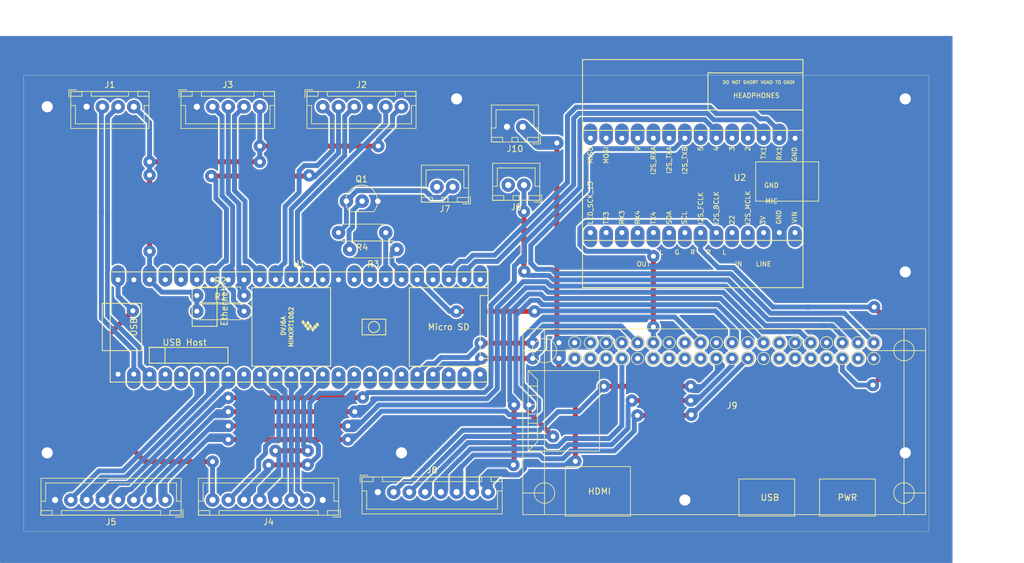
<source format=kicad_pcb>
(kicad_pcb (version 20171130) (host pcbnew "(5.1.6)-1")
  (layers (0 F.Cu signal) (31 B.Cu signal) (34 B.Paste user) (35 F.Paste user) (36 B.SilkS user) (37 F.SilkS user) (38 B.Mask user) (39 F.Mask user) (44 Edge.Cuts user))
  (net 0 "")
  (net 1 GND)
  (net 2 T41_TX1)
  (net 3 T41_RX1)
  (net 4 T41_3V3)
  (net 5 BTN_SENSE)
  (net 6 LED_DIN)
  (net 7 BTN_DIN)
  (net 8 BTN_CLK)
  (net 9 T41_SCL)
  (net 10 T41_SDA)
  (net 11 ROT_INT)
  (net 12 T41_MOSI)
  (net 13 T41_LCD_CS)
  (net 14 T41_LCD_DC)
  (net 15 T41_MISO)
  (net 16 T41_SCLK)
  (net 17 T41_T_CS)
  (net 18 T41_5V)
  (net 19 LED_T3_BUSY)
  (net 20 LED_RPI_RUN)
  (net 21 LED_RPI_READY)
  (net 22 LED_AUDIO_BUSY)
  (net 23 LED_RPI_I2S_TX)
  (net 24 LED_RPI_I2S_RX)
  (net 25 LED_RPI_BUSY)
  (net 26 I2S_TXB)
  (net 27 RPI_RUN)
  (net 28 +5V)
  (net 29 RPI_T_CS)
  (net 30 RPI_SCLK)
  (net 31 RPI_MISO)
  (net 32 RPI_LCD_DC)
  (net 33 RPI_LCD_CS)
  (net 34 RPI_MOSI)
  (net 35 "Net-(J9-Pad1)")
  (net 36 "Net-(J9-Pad3)")
  (net 37 "Net-(J9-Pad5)")
  (net 38 T41_RX8)
  (net 39 T41_TX8)
  (net 40 "Net-(J9-Pad11)")
  (net 41 I2S_BCLK)
  (net 42 "Net-(J9-Pad13)")
  (net 43 "Net-(J9-Pad15)")
  (net 44 "Net-(J9-Pad16)")
  (net 45 "Net-(J9-Pad17)")
  (net 46 RPI_READY)
  (net 47 "Net-(J9-Pad27)")
  (net 48 "Net-(J9-Pad28)")
  (net 49 "Net-(J9-Pad29)")
  (net 50 "Net-(J9-Pad31)")
  (net 51 "Net-(J9-Pad33)")
  (net 52 I2S_FCLK)
  (net 53 "Net-(J9-Pad37)")
  (net 54 I2S_RXB)
  (net 55 "Net-(Q1-Pad2)")
  (net 56 PI_REBOOT)
  (net 57 SENS_PI_RUN)
  (net 58 "Net-(U1-Pad45)")
  (net 59 "Net-(U1-Pad44)")
  (net 60 "Net-(U1-Pad43)")
  (net 61 "Net-(U1-Pad35)")
  (net 62 "Net-(U1-Pad4)")
  (net 63 "Net-(U1-Pad5)")
  (net 64 "Net-(U1-Pad9)")
  (net 65 "Net-(U1-Pad33)")
  (net 66 "Net-(U1-Pad32)")
  (net 67 "Net-(U1-Pad28)")
  (net 68 "Net-(U1-Pad25)")
  (net 69 "Net-(U1-Pad24)")
  (net 70 "Net-(U1-Pad23)")
  (net 71 "Net-(U1-Pad22)")
  (net 72 T41_RX7)
  (net 73 "Net-(U1-Pad15)")
  (net 74 T41_TX7)
  (net 75 "Net-(U1-Pad19)")
  (net 76 "Net-(U1-Pad18)")
  (net 77 "Net-(U1-Pad17)")
  (net 78 "Net-(U2-Pad4)")
  (net 79 "Net-(U2-Pad5)")
  (net 80 "Net-(U2-Pad7)")
  (net 81 "Net-(U2-Pad9)")
  (net 82 "Net-(U2-Pad10)")
  (net 83 "Net-(U2-Pad11)")
  (net 84 "Net-(U2-Pad12)")
  (net 85 "Net-(U2-Pad13)")
  (net 86 "Net-(U2-Pad14)")
  (net 87 "Net-(U2-Pad15)")
  (net 88 "Net-(U2-Pad16)")
  (net 89 "Net-(U2-Pad17)")
  (net 90 "Net-(U2-Pad18)")
  (net 91 "Net-(U2-Pad19)")
  (net 92 "Net-(U2-Pad20)")
  (net 93 "Net-(U2-Pad21)")
  (net 94 "Net-(U2-Pad24)")
  (net 95 "Net-(U2-Pad25)")
  (net 96 "Net-(U2-Pad26)")
  (net 97 "Net-(U2-Pad28)")
  (module 0_my_teensy:teensy41 (layer F.Cu) (at 57.15 96.52)
    (fp_text reference U1 (at 29.21 -17.78) (layer F.SilkS))
    (fp_text value myTeensy4.1)
    (fp_text user DVJ6A (at 26.67 -7.8 270) (layer F.SilkS) (effects (font (size 0.7 0.7))))
    (fp_text user MIMXRT1062 (at 27.94 -7.62 270) (layer F.SilkS) (effects (font (size 0.7 0.7))))
    (fp_text user "Micro SD" (at 53.34 -7.62) (layer F.SilkS))
    (fp_text user USB (at 2.54 -7.62 270) (layer F.SilkS))
    (fp_text user Ethernet (at 17.145 -10.8966 90) (layer F.SilkS))
    (fp_text user "USB Host" (at 10.7442 -5.1308) (layer F.SilkS))
    (pad 48 thru_hole oval (at 0 -15.24) (size 2.2 3.47) (drill 0.8 (offset 0 -0.635)) (layers *.Cu *.Mask) (net 18 T41_5V))
    (pad 47 thru_hole oval (at 2.54 -15.24) (size 2.2 3.47) (drill 0.8 (offset 0 -0.635)) (layers *.Cu *.Mask) (net 1 GND))
    (pad 46 thru_hole oval (at 5.08 -15.24) (size 2.2 3.47) (drill 0.8 (offset 0 -0.635)) (layers *.Cu *.Mask) (net 4 T41_3V3))
    (pad 45 thru_hole oval (at 7.62 -15.24) (size 2.2 3.47) (drill 0.8 (offset 0 -0.635)) (layers *.Cu *.Mask) (net 58 "Net-(U1-Pad45)"))
    (pad 44 thru_hole oval (at 10.16 -15.24) (size 2.2 3.47) (drill 0.8 (offset 0 -0.635)) (layers *.Cu *.Mask) (net 59 "Net-(U1-Pad44)"))
    (pad 43 thru_hole oval (at 12.7 -15.24) (size 2.2 3.47) (drill 0.8 (offset 0 -0.635)) (layers *.Cu *.Mask) (net 60 "Net-(U1-Pad43)"))
    (pad 42 thru_hole oval (at 15.24 -15.24) (size 2.2 3.47) (drill 0.8 (offset 0 -0.635)) (layers *.Cu *.Mask) (net 6 LED_DIN))
    (pad 41 thru_hole oval (at 17.78 -15.24) (size 2.2 3.47) (drill 0.8 (offset 0 -0.635)) (layers *.Cu *.Mask) (net 9 T41_SCL))
    (pad 40 thru_hole oval (at 20.32 -15.24) (size 2.2 3.47) (drill 0.8 (offset 0 -0.635)) (layers *.Cu *.Mask) (net 10 T41_SDA))
    (pad 39 thru_hole oval (at 22.86 -15.24) (size 2.2 3.47) (drill 0.8 (offset 0 -0.635)) (layers *.Cu *.Mask) (net 11 ROT_INT))
    (pad 38 thru_hole oval (at 25.4 -15.24) (size 2.2 3.47) (drill 0.8 (offset 0 -0.635)) (layers *.Cu *.Mask) (net 5 BTN_SENSE))
    (pad 37 thru_hole oval (at 27.94 -15.24) (size 2.2 3.47) (drill 0.8 (offset 0 -0.635)) (layers *.Cu *.Mask) (net 7 BTN_DIN))
    (pad 36 thru_hole oval (at 30.48 -15.24) (size 2.2 3.47) (drill 0.8 (offset 0 -0.635)) (layers *.Cu *.Mask) (net 8 BTN_CLK))
    (pad 35 thru_hole oval (at 33.02 -15.24) (size 2.2 3.47) (drill 0.8 (offset 0 -0.635)) (layers *.Cu *.Mask) (net 61 "Net-(U1-Pad35)"))
    (pad 1 thru_hole oval (at 0 0) (size 2.2 3.47) (drill 0.8 (offset 0 0.635)) (layers *.Cu *.Mask) (net 1 GND))
    (pad 2 thru_hole oval (at 2.54 0) (size 2.2 3.47) (drill 0.8 (offset 0 0.635)) (layers *.Cu *.Mask) (net 3 T41_RX1))
    (pad 3 thru_hole oval (at 5.08 0) (size 2.2 3.47) (drill 0.8 (offset 0 0.635)) (layers *.Cu *.Mask) (net 2 T41_TX1))
    (pad 4 thru_hole oval (at 7.62 0) (size 2.2 3.47) (drill 0.8 (offset 0 0.635)) (layers *.Cu *.Mask) (net 62 "Net-(U1-Pad4)"))
    (pad 5 thru_hole oval (at 10.16 0) (size 2.2 3.47) (drill 0.8 (offset 0 0.635)) (layers *.Cu *.Mask) (net 63 "Net-(U1-Pad5)"))
    (pad 6 thru_hole oval (at 12.7 0) (size 2.2 3.47) (drill 0.8 (offset 0 0.635)) (layers *.Cu *.Mask) (net 19 LED_T3_BUSY))
    (pad 7 thru_hole oval (at 15.24 0) (size 2.2 3.47) (drill 0.8 (offset 0 0.635)) (layers *.Cu *.Mask) (net 20 LED_RPI_RUN))
    (pad 8 thru_hole oval (at 17.78 0) (size 2.2 3.47) (drill 0.8 (offset 0 0.635)) (layers *.Cu *.Mask) (net 21 LED_RPI_READY))
    (pad 9 thru_hole oval (at 20.32 0) (size 2.2 3.47) (drill 0.8 (offset 0 0.635)) (layers *.Cu *.Mask) (net 64 "Net-(U1-Pad9)"))
    (pad 10 thru_hole oval (at 22.86 0) (size 2.2 3.47) (drill 0.8 (offset 0 0.635)) (layers *.Cu *.Mask) (net 17 T41_T_CS))
    (pad 11 thru_hole oval (at 25.4 0) (size 2.2 3.47) (drill 0.8 (offset 0 0.635)) (layers *.Cu *.Mask) (net 14 T41_LCD_DC))
    (pad 12 thru_hole oval (at 27.94 0) (size 2.2 3.47) (drill 0.8 (offset 0 0.635)) (layers *.Cu *.Mask) (net 13 T41_LCD_CS))
    (pad 13 thru_hole oval (at 30.48 0) (size 2.2 3.47) (drill 0.8 (offset 0 0.635)) (layers *.Cu *.Mask) (net 12 T41_MOSI))
    (pad 34 thru_hole oval (at 35.56 -15.24) (size 2.2 3.47) (drill 0.8 (offset 0 -0.635)) (layers *.Cu *.Mask) (net 1 GND))
    (pad 33 thru_hole oval (at 38.1 -15.24) (size 2.2 3.47) (drill 0.8 (offset 0 -0.635)) (layers *.Cu *.Mask) (net 65 "Net-(U1-Pad33)"))
    (pad 32 thru_hole oval (at 40.64 -15.24) (size 2.2 3.47) (drill 0.8 (offset 0 -0.635)) (layers *.Cu *.Mask) (net 66 "Net-(U1-Pad32)"))
    (pad 31 thru_hole oval (at 43.18 -15.24) (size 2.2 3.47) (drill 0.8 (offset 0 -0.635)) (layers *.Cu *.Mask) (net 57 SENS_PI_RUN))
    (pad 30 thru_hole oval (at 45.72 -15.24) (size 2.2 3.47) (drill 0.8 (offset 0 -0.635)) (layers *.Cu *.Mask) (net 56 PI_REBOOT))
    (pad 29 thru_hole oval (at 48.26 -15.24) (size 2.2 3.47) (drill 0.8 (offset 0 -0.635)) (layers *.Cu *.Mask) (net 46 RPI_READY))
    (pad 28 thru_hole oval (at 50.8 -15.24) (size 2.2 3.47) (drill 0.8 (offset 0 -0.635)) (layers *.Cu *.Mask) (net 67 "Net-(U1-Pad28)"))
    (pad 27 thru_hole oval (at 53.34 -15.24) (size 2.2 3.47) (drill 0.8 (offset 0 -0.635)) (layers *.Cu *.Mask) (net 39 T41_TX8))
    (pad 26 thru_hole oval (at 55.88 -15.24) (size 2.2 3.47) (drill 0.8 (offset 0 -0.635)) (layers *.Cu *.Mask) (net 38 T41_RX8))
    (pad 25 thru_hole oval (at 58.42 -15.24) (size 2.2 3.47) (drill 0.8 (offset 0 -0.635)) (layers *.Cu *.Mask) (net 68 "Net-(U1-Pad25)"))
    (pad 24 thru_hole oval (at 58.42 0) (size 2.2 3.47) (drill 0.8 (offset 0 0.635)) (layers *.Cu *.Mask) (net 69 "Net-(U1-Pad24)"))
    (pad 23 thru_hole oval (at 55.88 0) (size 2.2 3.47) (drill 0.8 (offset 0 0.635)) (layers *.Cu *.Mask) (net 70 "Net-(U1-Pad23)"))
    (pad 22 thru_hole oval (at 53.34 0) (size 2.2 3.47) (drill 0.8 (offset 0 0.635)) (layers *.Cu *.Mask) (net 71 "Net-(U1-Pad22)"))
    (pad 21 thru_hole oval (at 50.8 0) (size 2.2 3.47) (drill 0.8 (offset 0 0.635)) (layers *.Cu *.Mask) (net 72 T41_RX7))
    (pad 14 thru_hole oval (at 33.02 0) (size 2.2 3.47) (drill 0.8 (offset 0 0.635)) (layers *.Cu *.Mask) (net 15 T41_MISO))
    (pad 15 thru_hole oval (at 35.56 0) (size 2.2 3.47) (drill 0.8 (offset 0 0.635)) (layers *.Cu *.Mask) (net 73 "Net-(U1-Pad15)"))
    (pad 16 thru_hole oval (at 38.1 0) (size 2.2 3.47) (drill 0.8 (offset 0 0.635)) (layers *.Cu *.Mask) (net 16 T41_SCLK))
    (pad 20 thru_hole oval (at 48.26 0) (size 2.2 3.47) (drill 0.8 (offset 0 0.635)) (layers *.Cu *.Mask) (net 74 T41_TX7))
    (pad 19 thru_hole oval (at 45.72 0) (size 2.2 3.47) (drill 0.8 (offset 0 0.635)) (layers *.Cu *.Mask) (net 75 "Net-(U1-Pad19)"))
    (pad 18 thru_hole oval (at 43.18 0) (size 2.2 3.47) (drill 0.8 (offset 0 0.635)) (layers *.Cu *.Mask) (net 76 "Net-(U1-Pad18)"))
    (pad 17 thru_hole oval (at 40.64 0) (size 2.2 3.47) (drill 0.8 (offset 0 0.635)) (layers *.Cu *.Mask) (net 77 "Net-(U1-Pad17)"))
  )
  (module 0_my_footprints:myJSTx08 (layer F.Cu) (at 64.77 116.84 180)
    (fp_text reference J5 (at 8.75 -3.55) (layer F.SilkS))
    (fp_text value EXT_LEDS)
    (pad 1 thru_hole circle (at 0 0 180) (size 2.2 2.2) (drill 1) (layers *.Cu *.Mask) (net 25 LED_RPI_BUSY))
    (pad 2 thru_hole circle (at 2.54 0 180) (size 2.2 2.2) (drill 1) (layers *.Cu *.Mask) (net 24 LED_RPI_I2S_RX))
    (pad 3 thru_hole circle (at 5.08 0 180) (size 2.2 2.2) (drill 1) (layers *.Cu *.Mask) (net 23 LED_RPI_I2S_TX))
    (pad 4 thru_hole circle (at 7.62 0 180) (size 2.2 2.2) (drill 1) (layers *.Cu *.Mask) (net 22 LED_AUDIO_BUSY))
    (pad 5 thru_hole circle (at 10.16 0 180) (size 2.2 2.2) (drill 1) (layers *.Cu *.Mask) (net 21 LED_RPI_READY))
    (pad 6 thru_hole circle (at 12.7 0 180) (size 2.2 2.2) (drill 1) (layers *.Cu *.Mask) (net 20 LED_RPI_RUN))
    (pad 7 thru_hole circle (at 15.24 0 180) (size 2.2 2.2) (drill 1) (layers *.Cu *.Mask) (net 19 LED_T3_BUSY))
    (pad 8 thru_hole circle (at 17.78 0 180) (size 2.2 2.2) (drill 1) (layers *.Cu *.Mask) (net 1 GND))
  )
  (module 0_my_footprints2:rpi_zero_2w (layer F.Cu) (at 130.81 91.44 180)
    (fp_text reference J9 (at -25.4 -10.16) (layer F.SilkS))
    (fp_text value rpi_connector)
    (fp_text user HDMI (at -4 -24) (layer F.SilkS))
    (fp_text user USB (at -31.5 -25) (layer F.SilkS))
    (fp_text user PWR (at -44 -25) (layer F.SilkS))
    (pad 1 thru_hole circle (at 0 -2.54 180) (size 2.2 2.2) (drill 0.8) (layers *.Cu *.Mask) (net 35 "Net-(J9-Pad1)"))
    (pad 2 thru_hole circle (at 0 0 180) (size 2.2 2.2) (drill 0.8) (layers *.Cu *.Mask) (net 28 +5V))
    (pad 3 thru_hole circle (at -2.54 -2.54 180) (size 2.2 2.2) (drill 0.8) (layers *.Cu *.Mask) (net 36 "Net-(J9-Pad3)"))
    (pad 4 thru_hole circle (at -2.54 0 180) (size 2.2 2.2) (drill 0.8) (layers *.Cu *.Mask) (net 28 +5V))
    (pad 5 thru_hole circle (at -5.08 -2.54 180) (size 2.2 2.2) (drill 0.8) (layers *.Cu *.Mask) (net 37 "Net-(J9-Pad5)"))
    (pad 6 thru_hole circle (at -5.08 0 180) (size 2.2 2.2) (drill 0.8) (layers *.Cu *.Mask) (net 1 GND))
    (pad 7 thru_hole circle (at -7.62 -2.54 180) (size 2.2 2.2) (drill 0.8) (layers *.Cu *.Mask) (net 32 RPI_LCD_DC))
    (pad 8 thru_hole circle (at -7.62 0 180) (size 2.2 2.2) (drill 0.8) (layers *.Cu *.Mask) (net 72 T41_RX7))
    (pad 9 thru_hole circle (at -10.16 -2.54 180) (size 2.2 2.2) (drill 0.8) (layers *.Cu *.Mask) (net 1 GND))
    (pad 10 thru_hole circle (at -10.16 0 180) (size 2.2 2.2) (drill 0.8) (layers *.Cu *.Mask) (net 74 T41_TX7))
    (pad 11 thru_hole circle (at -12.7 -2.54 180) (size 2.2 2.2) (drill 0.8) (layers *.Cu *.Mask) (net 40 "Net-(J9-Pad11)"))
    (pad 12 thru_hole circle (at -12.7 0 180) (size 2.2 2.2) (drill 0.8) (layers *.Cu *.Mask) (net 41 I2S_BCLK))
    (pad 13 thru_hole circle (at -15.24 -2.54 180) (size 2.2 2.2) (drill 0.8) (layers *.Cu *.Mask) (net 42 "Net-(J9-Pad13)"))
    (pad 14 thru_hole circle (at -15.24 0 180) (size 2.2 2.2) (drill 0.8) (layers *.Cu *.Mask) (net 1 GND))
    (pad 15 thru_hole circle (at -17.78 -2.54 180) (size 2.2 2.2) (drill 0.8) (layers *.Cu *.Mask) (net 43 "Net-(J9-Pad15)"))
    (pad 16 thru_hole circle (at -17.78 0 180) (size 2.2 2.2) (drill 0.8) (layers *.Cu *.Mask) (net 44 "Net-(J9-Pad16)"))
    (pad 17 thru_hole circle (at -20.32 -2.54 180) (size 2.2 2.2) (drill 0.8) (layers *.Cu *.Mask) (net 45 "Net-(J9-Pad17)"))
    (pad 18 thru_hole circle (at -20.32 0 180) (size 2.2 2.2) (drill 0.8) (layers *.Cu *.Mask) (net 25 LED_RPI_BUSY))
    (pad 19 thru_hole circle (at -22.86 -2.54 180) (size 2.2 2.2) (drill 0.8) (layers *.Cu *.Mask) (net 34 RPI_MOSI))
    (pad 20 thru_hole circle (at -22.86 0 180) (size 2.2 2.2) (drill 0.8) (layers *.Cu *.Mask) (net 1 GND))
    (pad 21 thru_hole circle (at -25.4 -2.54 180) (size 2.2 2.2) (drill 0.8) (layers *.Cu *.Mask) (net 31 RPI_MISO))
    (pad 22 thru_hole circle (at -25.4 0 180) (size 2.2 2.2) (drill 0.8) (layers *.Cu *.Mask) (net 46 RPI_READY))
    (pad 23 thru_hole circle (at -27.94 -2.54 180) (size 2.2 2.2) (drill 0.8) (layers *.Cu *.Mask) (net 30 RPI_SCLK))
    (pad 24 thru_hole circle (at -27.94 0 180) (size 2.2 2.2) (drill 0.8) (layers *.Cu *.Mask) (net 33 RPI_LCD_CS))
    (pad 25 thru_hole circle (at -30.48 -2.54 180) (size 2.2 2.2) (drill 0.8) (layers *.Cu *.Mask) (net 1 GND))
    (pad 26 thru_hole circle (at -30.48 0 180) (size 2.2 2.2) (drill 0.8) (layers *.Cu *.Mask) (net 29 RPI_T_CS))
    (pad 27 thru_hole circle (at -33.02 -2.54 180) (size 2.2 2.2) (drill 0.8) (layers *.Cu *.Mask) (net 47 "Net-(J9-Pad27)"))
    (pad 28 thru_hole circle (at -33.02 0 180) (size 2.2 2.2) (drill 0.8) (layers *.Cu *.Mask) (net 48 "Net-(J9-Pad28)"))
    (pad 29 thru_hole circle (at -35.56 -2.54 180) (size 2.2 2.2) (drill 0.8) (layers *.Cu *.Mask) (net 49 "Net-(J9-Pad29)"))
    (pad 30 thru_hole circle (at -35.56 0 180) (size 2.2 2.2) (drill 0.8) (layers *.Cu *.Mask) (net 1 GND))
    (pad 31 thru_hole circle (at -38.1 -2.54 180) (size 2.2 2.2) (drill 0.8) (layers *.Cu *.Mask) (net 50 "Net-(J9-Pad31)"))
    (pad 32 thru_hole circle (at -38.1 0 180) (size 2.2 2.2) (drill 0.8) (layers *.Cu *.Mask) (net 24 LED_RPI_I2S_RX))
    (pad 33 thru_hole circle (at -40.64 -2.54 180) (size 2.2 2.2) (drill 0.8) (layers *.Cu *.Mask) (net 51 "Net-(J9-Pad33)"))
    (pad 34 thru_hole circle (at -40.64 0 180) (size 2.2 2.2) (drill 0.8) (layers *.Cu *.Mask) (net 1 GND))
    (pad 35 thru_hole circle (at -43.18 -2.54 180) (size 2.2 2.2) (drill 0.8) (layers *.Cu *.Mask) (net 52 I2S_FCLK))
    (pad 36 thru_hole circle (at -43.18 0 180) (size 2.2 2.2) (drill 0.8) (layers *.Cu *.Mask) (net 23 LED_RPI_I2S_TX))
    (pad 37 thru_hole circle (at -45.72 -2.54 180) (size 2.2 2.2) (drill 0.8) (layers *.Cu *.Mask) (net 53 "Net-(J9-Pad37)"))
    (pad 38 thru_hole circle (at -45.72 0 180) (size 2.2 2.2) (drill 0.8) (layers *.Cu *.Mask) (net 26 I2S_TXB))
    (pad 39 thru_hole circle (at -48.26 -2.54 180) (size 2.2 2.2) (drill 0.8) (layers *.Cu *.Mask) (net 1 GND))
    (pad 40 thru_hole circle (at -48.26 0 180) (size 2.2 2.2) (drill 0.8) (layers *.Cu *.Mask) (net 54 I2S_RXB))
  )
  (module 0_my_teensy:audioShieldRevD (layer F.Cu) (at 166.37 58.42 180)
    (fp_text reference U2 (at 8.89 -6.35) (layer F.SilkS))
    (fp_text value teensyAudioRevD)
    (fp_text user L (at 21.59 -18.415) (layer F.SilkS) (effects (font (size 0.762 0.762) (thickness 0.127))))
    (fp_text user G (at 19.05 -18.415) (layer F.SilkS) (effects (font (size 0.762 0.762) (thickness 0.127))))
    (fp_text user R (at 16.51 -18.415) (layer F.SilkS) (effects (font (size 0.762 0.762) (thickness 0.127))))
    (fp_text user R (at 13.97 -18.415) (layer F.SilkS) (effects (font (size 0.762 0.762) (thickness 0.127))))
    (fp_text user L (at 11.43 -18.415) (layer F.SilkS) (effects (font (size 0.762 0.762) (thickness 0.127))))
    (fp_text user OUT (at 24.4602 -20.31238) (layer F.SilkS) (effects (font (size 0.762 0.762) (thickness 0.127))))
    (fp_text user IN (at 9.1186 -20.30984) (layer F.SilkS) (effects (font (size 0.762 0.762) (thickness 0.127))))
    (fp_text user GND (at 0.08636 -2.594852 90) (layer F.SilkS) (effects (font (size 0.762 0.762) (thickness 0.127))))
    (fp_text user MIC (at 3.81 -10.16) (layer F.SilkS) (effects (font (size 0.762 0.762) (thickness 0.127))))
    (fp_text user GND (at 3.81 -7.62) (layer F.SilkS) (effects (font (size 0.762 0.762) (thickness 0.127))))
    (fp_text user 3V (at 5.20954 -13.254808 90) (layer F.SilkS) (effects (font (size 0.762 0.762) (thickness 0.127))))
    (fp_text user I2S_FCLK (at 15.24 -13.97 90) (layer F.SilkS) (effects (font (size 0.762 0.762) (thickness 0.127)) (justify left)))
    (fp_text user I2S_BCLK (at 12.7 -13.97 90) (layer F.SilkS) (effects (font (size 0.762 0.762) (thickness 0.127)) (justify left)))
    (fp_text user SCL (at 17.86636 -13.97 90) (layer F.SilkS) (effects (font (size 0.762 0.762) (thickness 0.127)) (justify left)))
    (fp_text user SDA (at 20.32 -13.97 90) (layer F.SilkS) (effects (font (size 0.762 0.762) (thickness 0.127)) (justify left)))
    (fp_text user I2S_TXA (at 20.32 -1.27 90) (layer F.SilkS) (effects (font (size 0.762 0.762) (thickness 0.127)) (justify right)))
    (fp_text user I2S_RXA (at 22.86 -1.27 90) (layer F.SilkS) (effects (font (size 0.762 0.762) (thickness 0.127)) (justify right)))
    (fp_text user HEADPHONES (at 6.23316 6.88594) (layer F.SilkS) (effects (font (size 0.762 0.762) (thickness 0.127))))
    (fp_text user "DO NOT SHORT VGND TO GND!" (at 5.87756 9.02208) (layer F.SilkS) (effects (font (size 0.508 0.508) (thickness 0.1016))))
    (fp_text user LINE (at 5.08 -20.32) (layer F.SilkS) (effects (font (size 0.762 0.762) (thickness 0.127))))
    (fp_text user I2S_MCLK (at 7.62 -13.97 90) (layer F.SilkS) (effects (font (size 0.762 0.762) (thickness 0.127)) (justify left)))
    (fp_text user GND (at 2.62636 -12.754852 90) (layer F.SilkS) (effects (font (size 0.762 0.762) (thickness 0.127))))
    (fp_text user VIN (at 0.08636 -12.754852 90) (layer F.SilkS) (effects (font (size 0.762 0.762) (thickness 0.127))))
    (fp_text user I2S_TXB (at 17.78 -1.27 90) (layer F.SilkS) (effects (font (size 0.762 0.762) (thickness 0.127)) (justify right)))
    (fp_text user TX4 (at 22.86 -13.97 90) (layer F.SilkS) (effects (font (size 0.762 0.762) (thickness 0.127)) (justify left)))
    (fp_text user RX4 (at 25.4 -13.97 90) (layer F.SilkS) (effects (font (size 0.762 0.762) (thickness 0.127)) (justify left)))
    (fp_text user RX3 (at 27.94 -13.97 90) (layer F.SilkS) (effects (font (size 0.762 0.762) (thickness 0.127)) (justify left)))
    (fp_text user TX3 (at 30.48 -13.97 90) (layer F.SilkS) (effects (font (size 0.762 0.762) (thickness 0.127)) (justify left)))
    (fp_text user LED_SCK_13 (at 33.02 -13.97 90) (layer F.SilkS) (effects (font (size 0.762 0.762) (thickness 0.127)) (justify left)))
    (fp_text user MISO (at 33.02 -1.27 90) (layer F.SilkS) (effects (font (size 0.762 0.762) (thickness 0.127)) (justify right)))
    (fp_text user MOSI (at 30.48 -1.27 90) (layer F.SilkS) (effects (font (size 0.762 0.762) (thickness 0.127)) (justify right)))
    (fp_text user RX1 (at 2.54 -1.27 90) (layer F.SilkS) (effects (font (size 0.762 0.762) (thickness 0.127)) (justify right)))
    (fp_text user TX1 (at 5.08 -1.27 90) (layer F.SilkS) (effects (font (size 0.762 0.762) (thickness 0.127)) (justify right)))
    (fp_text user 2 (at 7.62 -1.27 90) (layer F.SilkS) (effects (font (size 0.762 0.762) (thickness 0.127)) (justify right)))
    (fp_text user 3 (at 10.16 -1.27 90) (layer F.SilkS) (effects (font (size 0.762 0.762) (thickness 0.127)) (justify right)))
    (fp_text user 4 (at 12.7 -1.27 90) (layer F.SilkS) (effects (font (size 0.762 0.762) (thickness 0.127)) (justify right)))
    (fp_text user 5 (at 15.24 -1.27 90) (layer F.SilkS) (effects (font (size 0.762 0.762) (thickness 0.127)) (justify right)))
    (fp_text user 9 (at 25.4 -1.27 90) (layer F.SilkS) (effects (font (size 0.762 0.762) (thickness 0.127)) (justify right)))
    (fp_text user 22 (at 10.16 -13.97 90) (layer F.SilkS) (effects (font (size 0.762 0.762) (thickness 0.127)) (justify left)))
    (pad 1 thru_hole oval (at 0 0 180) (size 2.2 3.47) (drill 0.8 (offset 0 0.635)) (layers *.Cu *.Mask) (net 1 GND))
    (pad 2 thru_hole oval (at 2.54 0 180) (size 2.2 3.47) (drill 0.8 (offset 0 0.635)) (layers *.Cu *.Mask) (net 39 T41_TX8))
    (pad 3 thru_hole oval (at 5.08 0 180) (size 2.2 3.47) (drill 0.8 (offset 0 0.635)) (layers *.Cu *.Mask) (net 38 T41_RX8))
    (pad 4 thru_hole oval (at 7.62 0 180) (size 2.2 3.47) (drill 0.8 (offset 0 0.635)) (layers *.Cu *.Mask) (net 78 "Net-(U2-Pad4)"))
    (pad 5 thru_hole oval (at 10.16 0 180) (size 2.2 3.47) (drill 0.8 (offset 0 0.635)) (layers *.Cu *.Mask) (net 79 "Net-(U2-Pad5)"))
    (pad 6 thru_hole oval (at 12.7 0 180) (size 2.2 3.47) (drill 0.8 (offset 0 0.635)) (layers *.Cu *.Mask) (net 22 LED_AUDIO_BUSY))
    (pad 7 thru_hole oval (at 15.24 0 180) (size 2.2 3.47) (drill 0.8 (offset 0 0.635)) (layers *.Cu *.Mask) (net 80 "Net-(U2-Pad7)"))
    (pad 8 thru_hole oval (at 17.78 0 180) (size 2.2 3.47) (drill 0.8 (offset 0 0.635)) (layers *.Cu *.Mask) (net 54 I2S_RXB))
    (pad 9 thru_hole oval (at 20.32 0 180) (size 2.2 3.47) (drill 0.8 (offset 0 0.635)) (layers *.Cu *.Mask) (net 81 "Net-(U2-Pad9)"))
    (pad 10 thru_hole oval (at 22.86 0 180) (size 2.2 3.47) (drill 0.8 (offset 0 0.635)) (layers *.Cu *.Mask) (net 82 "Net-(U2-Pad10)"))
    (pad 11 thru_hole oval (at 25.4 0 180) (size 2.2 3.47) (drill 0.8 (offset 0 0.635)) (layers *.Cu *.Mask) (net 83 "Net-(U2-Pad11)"))
    (pad 12 thru_hole oval (at 27.94 0 180) (size 2.2 3.47) (drill 0.8 (offset 0 0.635)) (layers *.Cu *.Mask) (net 84 "Net-(U2-Pad12)"))
    (pad 13 thru_hole oval (at 30.48 0 180) (size 2.2 3.47) (drill 0.8 (offset 0 0.635)) (layers *.Cu *.Mask) (net 85 "Net-(U2-Pad13)"))
    (pad 14 thru_hole oval (at 33.02 0 180) (size 2.2 3.47) (drill 0.8 (offset 0 0.635)) (layers *.Cu *.Mask) (net 86 "Net-(U2-Pad14)"))
    (pad 15 thru_hole oval (at 33.02 -15.24 180) (size 2.2 3.47) (drill 0.8 (offset 0 -0.635)) (layers *.Cu *.Mask) (net 87 "Net-(U2-Pad15)"))
    (pad 16 thru_hole oval (at 30.48 -15.24 180) (size 2.2 3.47) (drill 0.8 (offset 0 -0.635)) (layers *.Cu *.Mask) (net 88 "Net-(U2-Pad16)"))
    (pad 17 thru_hole oval (at 27.94 -15.24 180) (size 2.2 3.47) (drill 0.8 (offset 0 -0.635)) (layers *.Cu *.Mask) (net 89 "Net-(U2-Pad17)"))
    (pad 18 thru_hole oval (at 25.4 -15.24 180) (size 2.2 3.47) (drill 0.8 (offset 0 -0.635)) (layers *.Cu *.Mask) (net 90 "Net-(U2-Pad18)"))
    (pad 19 thru_hole oval (at 22.86 -15.24 180) (size 2.2 3.47) (drill 0.8 (offset 0 -0.635)) (layers *.Cu *.Mask) (net 91 "Net-(U2-Pad19)"))
    (pad 20 thru_hole oval (at 20.32 -15.24 180) (size 2.2 3.47) (drill 0.8 (offset 0 -0.635)) (layers *.Cu *.Mask) (net 92 "Net-(U2-Pad20)"))
    (pad 21 thru_hole oval (at 17.78 -15.24 180) (size 2.2 3.47) (drill 0.8 (offset 0 -0.635)) (layers *.Cu *.Mask) (net 93 "Net-(U2-Pad21)"))
    (pad 22 thru_hole oval (at 15.24 -15.24 180) (size 2.2 3.47) (drill 0.8 (offset 0 -0.635)) (layers *.Cu *.Mask) (net 52 I2S_FCLK))
    (pad 23 thru_hole oval (at 12.7 -15.24 180) (size 2.2 3.47) (drill 0.8 (offset 0 -0.635)) (layers *.Cu *.Mask) (net 41 I2S_BCLK))
    (pad 24 thru_hole oval (at 10.16 -15.24 180) (size 2.2 3.47) (drill 0.8 (offset 0 -0.635)) (layers *.Cu *.Mask) (net 94 "Net-(U2-Pad24)"))
    (pad 25 thru_hole oval (at 7.62 -15.24 180) (size 2.2 3.47) (drill 0.8 (offset 0 -0.635)) (layers *.Cu *.Mask) (net 95 "Net-(U2-Pad25)"))
    (pad 26 thru_hole oval (at 5.08 -15.24 180) (size 2.2 3.47) (drill 0.8 (offset 0 -0.635)) (layers *.Cu *.Mask) (net 96 "Net-(U2-Pad26)"))
    (pad 27 thru_hole oval (at 2.54 -15.24 180) (size 2.2 3.47) (drill 0.8 (offset 0 -0.635)) (layers *.Cu *.Mask) (net 1 GND))
    (pad 28 thru_hole oval (at 0 -15.24 180) (size 2.2 3.47) (drill 0.8 (offset 0 -0.635)) (layers *.Cu *.Mask) (net 97 "Net-(U2-Pad28)"))
  )
  (module 0_my_footprints:myJSTx04 (layer F.Cu) (at 52.07 53.34)
    (fp_text reference J1 (at 3.75 -3.55) (layer F.SilkS))
    (fp_text value DBG_SERIAL)
    (pad 1 thru_hole circle (at 0 0) (size 2.2 2.2) (drill 1) (layers *.Cu *.Mask) (net 1 GND))
    (pad 2 thru_hole circle (at 2.54 0) (size 2.2 2.2) (drill 1) (layers *.Cu *.Mask) (net 3 T41_RX1))
    (pad 3 thru_hole circle (at 5.08 0) (size 2.2 2.2) (drill 1) (layers *.Cu *.Mask) (net 2 T41_TX1))
    (pad 4 thru_hole circle (at 7.62 0) (size 2.2 2.2) (drill 1) (layers *.Cu *.Mask) (net 4 T41_3V3))
  )
  (module 0_my_footprints:myJSTx06 (layer F.Cu) (at 90.17 53.34)
    (fp_text reference J2 (at 6.25 -3.55) (layer F.SilkS))
    (fp_text value ROW_BOARDS)
    (pad 1 thru_hole circle (at 0 0) (size 2.2 2.2) (drill 1) (layers *.Cu *.Mask) (net 5 BTN_SENSE))
    (pad 2 thru_hole circle (at 2.54 0) (size 2.2 2.2) (drill 1) (layers *.Cu *.Mask) (net 6 LED_DIN))
    (pad 3 thru_hole circle (at 5.08 0) (size 2.2 2.2) (drill 1) (layers *.Cu *.Mask) (net 7 BTN_DIN))
    (pad 4 thru_hole circle (at 7.62 0) (size 2.2 2.2) (drill 1) (layers *.Cu *.Mask) (net 1 GND))
    (pad 5 thru_hole circle (at 10.16 0) (size 2.2 2.2) (drill 1) (layers *.Cu *.Mask) (net 8 BTN_CLK))
    (pad 6 thru_hole circle (at 12.7 0) (size 2.2 2.2) (drill 1) (layers *.Cu *.Mask) (net 4 T41_3V3))
  )
  (module 0_my_footprints:myJSTx05 (layer F.Cu) (at 69.85 53.34)
    (fp_text reference J3 (at 5 -3.55) (layer F.SilkS))
    (fp_text value ROTARIES)
    (pad 1 thru_hole circle (at 0 0) (size 2.2 2.2) (drill 1) (layers *.Cu *.Mask) (net 1 GND))
    (pad 2 thru_hole circle (at 2.54 0) (size 2.2 2.2) (drill 1) (layers *.Cu *.Mask) (net 9 T41_SCL))
    (pad 3 thru_hole circle (at 5.08 0) (size 2.2 2.2) (drill 1) (layers *.Cu *.Mask) (net 10 T41_SDA))
    (pad 4 thru_hole circle (at 7.62 0) (size 2.2 2.2) (drill 1) (layers *.Cu *.Mask) (net 11 ROT_INT))
    (pad 5 thru_hole circle (at 10.16 0) (size 2.2 2.2) (drill 1) (layers *.Cu *.Mask) (net 4 T41_3V3))
  )
  (module 0_my_footprints:myJSTx08 (layer F.Cu) (at 90.17 116.84 180)
    (fp_text reference J4 (at 8.75 -3.55) (layer F.SilkS))
    (fp_text value TE_DISPLAY)
    (pad 8 thru_hole circle (at 17.78 0 180) (size 2.2 2.2) (drill 1) (layers *.Cu *.Mask) (net 18 T41_5V))
    (pad 7 thru_hole circle (at 15.24 0 180) (size 2.2 2.2) (drill 1) (layers *.Cu *.Mask) (net 17 T41_T_CS))
    (pad 6 thru_hole circle (at 12.7 0 180) (size 2.2 2.2) (drill 1) (layers *.Cu *.Mask) (net 16 T41_SCLK))
    (pad 5 thru_hole circle (at 10.16 0 180) (size 2.2 2.2) (drill 1) (layers *.Cu *.Mask) (net 15 T41_MISO))
    (pad 4 thru_hole circle (at 7.62 0 180) (size 2.2 2.2) (drill 1) (layers *.Cu *.Mask) (net 14 T41_LCD_DC))
    (pad 3 thru_hole circle (at 5.08 0 180) (size 2.2 2.2) (drill 1) (layers *.Cu *.Mask) (net 13 T41_LCD_CS))
    (pad 2 thru_hole circle (at 2.54 0 180) (size 2.2 2.2) (drill 1) (layers *.Cu *.Mask) (net 12 T41_MOSI))
    (pad 1 thru_hole circle (at 0 0 180) (size 2.2 2.2) (drill 1) (layers *.Cu *.Mask) (net 1 GND))
  )
  (module 0_my_footprints:myJSTx02 (layer F.Cu) (at 122.63 65.98 180)
    (fp_text reference J6 (at 1.25 -3.55) (layer F.SilkS))
    (fp_text value I2S_TXB)
    (pad 1 thru_hole circle (at 0 0 180) (size 2.2 2.2) (drill 1) (layers *.Cu *.Mask) (net 26 I2S_TXB))
    (pad 2 thru_hole circle (at 2.54 0 180) (size 2.2 2.2) (drill 1) (layers *.Cu *.Mask))
  )
  (module 0_my_footprints:myJSTx02 (layer F.Cu) (at 111.13 66.28 180)
    (fp_text reference J7 (at 1.25 -3.55) (layer F.SilkS))
    (fp_text value RPI_RUN)
    (pad 2 thru_hole circle (at 2.54 0 180) (size 2.2 2.2) (drill 1) (layers *.Cu *.Mask))
    (pad 1 thru_hole circle (at 0 0 180) (size 2.2 2.2) (drill 1) (layers *.Cu *.Mask) (net 27 RPI_RUN))
  )
  (module 0_my_footprints:myJSTx08 (layer F.Cu) (at 99.06 115.57)
    (fp_text reference J8 (at 8.75 -3.55) (layer F.SilkS))
    (fp_text value RPI_DISPLAY)
    (pad 1 thru_hole circle (at 0 0) (size 2.2 2.2) (drill 1) (layers *.Cu *.Mask) (net 1 GND))
    (pad 2 thru_hole circle (at 2.54 0) (size 2.2 2.2) (drill 1) (layers *.Cu *.Mask) (net 34 RPI_MOSI))
    (pad 3 thru_hole circle (at 5.08 0) (size 2.2 2.2) (drill 1) (layers *.Cu *.Mask) (net 33 RPI_LCD_CS))
    (pad 4 thru_hole circle (at 7.62 0) (size 2.2 2.2) (drill 1) (layers *.Cu *.Mask) (net 32 RPI_LCD_DC))
    (pad 5 thru_hole circle (at 10.16 0) (size 2.2 2.2) (drill 1) (layers *.Cu *.Mask) (net 31 RPI_MISO))
    (pad 6 thru_hole circle (at 12.7 0) (size 2.2 2.2) (drill 1) (layers *.Cu *.Mask) (net 30 RPI_SCLK))
    (pad 7 thru_hole circle (at 15.24 0) (size 2.2 2.2) (drill 1) (layers *.Cu *.Mask) (net 29 RPI_T_CS))
    (pad 8 thru_hole circle (at 17.78 0) (size 2.2 2.2) (drill 1) (layers *.Cu *.Mask) (net 28 +5V))
  )
  (module 0_my_footprints:myJSTx02 (layer F.Cu) (at 122.43 56.58 180)
    (fp_text reference J10 (at 1.25 -3.55) (layer F.SilkS))
    (fp_text value rPi_5V)
    (pad 1 thru_hole circle (at 0 0 180) (size 2.2 2.2) (drill 1) (layers *.Cu *.Mask) (net 28 +5V))
    (pad 2 thru_hole circle (at 2.54 0 180) (size 2.2 2.2) (drill 1) (layers *.Cu *.Mask) (net 1 GND))
  )
  (module 0_my_footprints:myTransistor (layer F.Cu) (at 93.98 68.58)
    (fp_text reference Q1 (at 2.46 -3.56) (layer F.SilkS))
    (fp_text value BC547)
    (pad 2 thru_hole circle (at 2.54 0) (size 2.2 2.2) (drill 0.9) (layers *.Cu *.Mask) (net 55 "Net-(Q1-Pad2)"))
    (pad 3 thru_hole circle (at 5.08 0) (size 2.2 2.2) (drill 0.9) (layers *.Cu *.Mask) (net 1 GND))
    (pad 1 thru_hole circle (at 0 0) (size 2.2 2.2) (drill 0.9) (layers *.Cu *.Mask) (net 27 RPI_RUN))
  )
  (module 0_my_footprints:myResistor (layer F.Cu) (at 69.85 86.36)
    (fp_text reference R1 (at 3.81 -2.37) (layer F.SilkS))
    (fp_text value 1K)
    (pad 1 thru_hole circle (at 0 0) (size 2.2 2.2) (drill 0.8) (layers *.Cu *.Mask) (net 4 T41_3V3))
    (pad 2 thru_hole circle (at 7.62 0) (size 2.2 2.2) (drill 0.8) (layers *.Cu *.Mask) (net 9 T41_SCL))
  )
  (module 0_my_footprints:myResistor (layer F.Cu) (at 69.85 83.82)
    (fp_text reference R2 (at 3.81 -2.37) (layer F.SilkS))
    (fp_text value 1K)
    (pad 2 thru_hole circle (at 7.62 0) (size 2.2 2.2) (drill 0.8) (layers *.Cu *.Mask) (net 10 T41_SDA))
    (pad 1 thru_hole circle (at 0 0) (size 2.2 2.2) (drill 0.8) (layers *.Cu *.Mask) (net 4 T41_3V3))
  )
  (module 0_my_footprints:myResistor (layer F.Cu) (at 102.13 76.38 180)
    (fp_text reference R3 (at 3.81 -2.37) (layer F.SilkS))
    (fp_text value 1K)
    (pad 2 thru_hole circle (at 7.62 0 180) (size 2.2 2.2) (drill 0.8) (layers *.Cu *.Mask) (net 55 "Net-(Q1-Pad2)"))
    (pad 1 thru_hole circle (at 0 0 180) (size 2.2 2.2) (drill 0.8) (layers *.Cu *.Mask) (net 56 PI_REBOOT))
  )
  (module 0_my_footprints:myResistor (layer F.Cu) (at 100.33 73.66 180)
    (fp_text reference R4 (at 3.81 -2.37) (layer F.SilkS))
    (fp_text value 220)
    (pad 1 thru_hole circle (at 0 0 180) (size 2.2 2.2) (drill 0.8) (layers *.Cu *.Mask) (net 57 SENS_PI_RUN))
    (pad 2 thru_hole circle (at 7.62 0 180) (size 2.2 2.2) (drill 0.8) (layers *.Cu *.Mask) (net 27 RPI_RUN))
  )
  (gr_line (start 41.91 121.92) (end 41.91 48.26) (layer Edge.Cuts) (width 0.05))
  (gr_line (start 187.96 121.92) (end 41.91 121.92) (layer Edge.Cuts) (width 0.05))
  (gr_line (start 187.96 48.26) (end 187.96 121.92) (layer Edge.Cuts) (width 0.05))
  (gr_line (start 41.91 48.26) (end 187.96 48.26) (layer Edge.Cuts) (width 0.05))
  (via (at 184.15 109.22) (size 1.9) (drill 1.8) (layers F.Cu B.Cu) (net 1))
  (via (at 184.15 52.07) (size 1.9) (drill 1.8) (layers F.Cu B.Cu) (net 1))
  (via (at 45.72 53.34) (size 1.9) (drill 1.8) (layers F.Cu B.Cu) (net 1))
  (via (at 45.72 109.22) (size 1.9) (drill 1.8) (layers F.Cu B.Cu) (net 1))
  (via (at 111.76 52.07) (size 1.9) (drill 1.8) (layers F.Cu B.Cu) (net 1))
  (via (at 102.87 109.22) (size 1.9) (drill 1.8) (layers F.Cu B.Cu) (net 1))
  (via (at 184.15 80.01) (size 1.9) (drill 1.8) (layers F.Cu B.Cu) (net 1))
  (via (at 148.59 116.84) (size 1.9) (drill 1.8) (layers F.Cu B.Cu) (net 1))
  (segment (start 122.480001 77.529999) (end 121.779999 78.230001) (width 0.8) (layer B.Cu) (net 22))
  (segment (start 94.23 105.48) (end 95.13 105.48) (width 0.8) (layer B.Cu) (net 24))
  (segment (start 72.13 105.48) (end 74.33 105.48) (width 0.8) (layer B.Cu) (net 24))
  (segment (start 62.094177 96.52) (end 62.23 96.52) (width 0.8) (layer B.Cu) (net 2))
  (segment (start 60.69001 95.115833) (end 62.094177 96.52) (width 0.8) (layer B.Cu) (net 2))
  (segment (start 60.69001 92.295783) (end 60.69001 95.115833) (width 0.8) (layer B.Cu) (net 2))
  (segment (start 55.44999 87.055764) (end 60.69001 92.295783) (width 0.8) (layer B.Cu) (net 2))
  (segment (start 57.33 53.18) (end 57.286002 53.18) (width 0.8) (layer B.Cu) (net 2))
  (segment (start 57.286002 53.18) (end 55.61001 54.855992) (width 0.8) (layer B.Cu) (net 2))
  (segment (start 57.15 53.34) (end 55.44999 55.04001) (width 0.8) (layer B.Cu) (net 2))
  (segment (start 55.44999 71.66001) (end 55.44999 55.04001) (width 0.8) (layer B.Cu) (net 2))
  (segment (start 55.44999 71.66001) (end 55.44999 87.055764) (width 0.8) (layer B.Cu) (net 2))
  (segment (start 55.44999 70.424237) (end 55.44999 71.66001) (width 0.8) (layer B.Cu) (net 2))
  (segment (start 59.69 92.71) (end 59.69 97.79) (width 0.8) (layer B.Cu) (net 3))
  (segment (start 54.44998 87.46998) (end 59.69 92.71) (width 0.8) (layer B.Cu) (net 3))
  (segment (start 54.44998 70.66002) (end 54.44998 53.39998) (width 0.8) (layer B.Cu) (net 3))
  (segment (start 54.44998 70.66002) (end 54.44998 87.46998) (width 0.8) (layer B.Cu) (net 3))
  (segment (start 54.44998 70.01002) (end 54.44998 70.66002) (width 0.8) (layer B.Cu) (net 3))
  (segment (start 54.44998 53.39998) (end 54.43 53.38) (width 0.8) (layer B.Cu) (net 3))
  (via (at 140.93 103.18) (size 2) (drill 0.8) (layers F.Cu B.Cu) (net 30))
  (via (at 149.53 100.78) (size 2) (drill 0.8) (layers F.Cu B.Cu) (net 31))
  (via (at 149.63 103.08) (size 2) (drill 0.8) (layers F.Cu B.Cu) (net 30))
  (segment (start 62.23 81.28) (end 62.23 76.68) (width 0.8) (layer B.Cu) (net 4))
  (segment (start 62.23 55.88) (end 59.69 53.34) (width 0.8) (layer B.Cu) (net 4))
  (segment (start 69.85 86.36) (end 69.85 83.82) (width 0.8) (layer B.Cu) (net 4))
  (segment (start 80.01 53.34) (end 80.01 59.69) (width 0.8) (layer B.Cu) (net 4))
  (via (at 99.13 59.69) (size 2) (drill 0.8) (layers F.Cu B.Cu) (net 4))
  (segment (start 80.01 59.69) (end 80.01 62.23) (width 0.8) (layer B.Cu) (net 4))
  (via (at 80.01 59.69) (size 2) (drill 0.8) (layers F.Cu B.Cu) (net 4))
  (segment (start 80.01 62.23) (end 80.01 62.23) (width 0.8) (layer B.Cu) (net 4))
  (via (at 80.01 62.23) (size 2) (drill 0.8) (layers F.Cu B.Cu) (net 4))
  (segment (start 62.23 62.23) (end 62.23 55.88) (width 0.8) (layer B.Cu) (net 4))
  (via (at 62.23 62.23) (size 2) (drill 0.8) (layers F.Cu B.Cu) (net 4))
  (segment (start 69.13 83.28) (end 64.23 83.28) (width 0.8) (layer B.Cu) (net 4))
  (segment (start 69.67 83.82) (end 69.13 83.28) (width 0.8) (layer B.Cu) (net 4))
  (segment (start 63.63 82.68) (end 62.23 81.28) (width 0.8) (layer B.Cu) (net 4))
  (segment (start 64.23 83.28) (end 63.63 82.68) (width 0.8) (layer B.Cu) (net 4))
  (segment (start 69.85 83.82) (end 69.67 83.82) (width 0.8) (layer B.Cu) (net 4))
  (segment (start 62.23 62.23) (end 80.01 62.23) (width 0.8) (layer F.Cu) (net 4))
  (segment (start 101.43 56.394227) (end 99.13 58.694226) (width 0.8) (layer B.Cu) (net 4))
  (segment (start 99.13 58.694226) (end 99.13 59.69) (width 0.8) (layer B.Cu) (net 4))
  (segment (start 102.87 53.34) (end 101.43 54.78) (width 0.8) (layer B.Cu) (net 4))
  (segment (start 101.43 54.78) (end 101.43 56.394227) (width 0.8) (layer B.Cu) (net 4))
  (segment (start 80.01 59.69) (end 99.13 59.69) (width 0.8) (layer F.Cu) (net 4))
  (segment (start 62.23 64.38) (end 62.23 62.23) (width 0.8) (layer B.Cu) (net 4))
  (via (at 62.23 64.38) (size 2) (drill 0.8) (layers F.Cu B.Cu) (net 4))
  (segment (start 62.23 76.68) (end 62.23 64.38) (width 0.8) (layer F.Cu) (net 4))
  (via (at 62.23 76.68) (size 2) (drill 0.8) (layers F.Cu B.Cu) (net 4))
  (segment (start 86.36 67.165773) (end 86.36 63.681998) (width 0.8) (layer B.Cu) (net 5))
  (segment (start 82.55 81.28) (end 83.38999 80.44001) (width 0.8) (layer B.Cu) (net 5))
  (segment (start 83.38999 79.17001) (end 84.08999 78.47001) (width 0.8) (layer B.Cu) (net 5))
  (segment (start 83.38999 80.44001) (end 83.38999 79.17001) (width 0.8) (layer B.Cu) (net 5))
  (segment (start 84.08999 78.47001) (end 84.08999 69.435783) (width 0.8) (layer B.Cu) (net 5))
  (segment (start 84.08999 69.435783) (end 86.36 67.165773) (width 0.8) (layer B.Cu) (net 5))
  (segment (start 87.211999 62.829999) (end 89.281549 62.829999) (width 0.8) (layer B.Cu) (net 5))
  (segment (start 87.145999 62.895999) (end 87.211999 62.829999) (width 0.8) (layer B.Cu) (net 5))
  (segment (start 86.36 63.681998) (end 87.145999 62.895999) (width 0.8) (layer B.Cu) (net 5))
  (segment (start 89.281549 62.829999) (end 91.70999 60.401558) (width 0.8) (layer B.Cu) (net 5))
  (segment (start 91.70999 54.855992) (end 90.233998 53.38) (width 0.8) (layer B.Cu) (net 5))
  (segment (start 91.70999 60.401558) (end 91.70999 54.855992) (width 0.8) (layer B.Cu) (net 5))
  (segment (start 90.233998 53.38) (end 90.23 53.38) (width 0.8) (layer B.Cu) (net 5))
  (segment (start 74.255823 78.28) (end 74.615773 78.28) (width 0.8) (layer B.Cu) (net 6))
  (segment (start 72.39 81.28) (end 72.39 80.145823) (width 0.8) (layer B.Cu) (net 6))
  (segment (start 72.39 80.145823) (end 74.255823 78.28) (width 0.8) (layer B.Cu) (net 6))
  (segment (start 74.615773 78.28) (end 74.62999 78.265783) (width 0.8) (layer B.Cu) (net 6))
  (segment (start 74.62999 78.265783) (end 74.62999 69.838442) (width 0.8) (layer B.Cu) (net 6))
  (segment (start 74.62999 69.838442) (end 72.92998 68.138432) (width 0.8) (layer B.Cu) (net 6))
  (segment (start 72.92998 68.138432) (end 72.92998 65.27998) (width 0.8) (layer B.Cu) (net 6))
  (segment (start 72.92998 65.27998) (end 72.18 64.53) (width 0.8) (layer B.Cu) (net 6))
  (segment (start 72.18 64.53) (end 72.13 64.48) (width 0.8) (layer B.Cu) (net 6))
  (via (at 72.18 64.53) (size 2) (drill 0.8) (layers F.Cu B.Cu) (net 6))
  (segment (start 72.18 64.53) (end 87.88 64.53) (width 0.8) (layer F.Cu) (net 6))
  (segment (start 87.98 64.43) (end 87.83 64.58) (width 0.8) (layer B.Cu) (net 6))
  (via (at 87.98 64.43) (size 2) (drill 0.8) (layers F.Cu B.Cu) (net 6))
  (segment (start 88.58 64.43) (end 87.98 64.43) (width 0.8) (layer B.Cu) (net 6))
  (segment (start 92.71 53.34) (end 92.71 60.815774) (width 0.8) (layer B.Cu) (net 6))
  (segment (start 88.837887 64.687887) (end 88.58 64.43) (width 0.8) (layer B.Cu) (net 6))
  (segment (start 92.71 60.815774) (end 88.837887 64.687887) (width 0.8) (layer B.Cu) (net 6))
  (segment (start 93.71001 61.22999) (end 85.09 69.85) (width 0.8) (layer B.Cu) (net 7))
  (segment (start 93.71001 54.87999) (end 93.71001 61.22999) (width 0.8) (layer B.Cu) (net 7))
  (segment (start 85.09 69.85) (end 85.09 81.28) (width 0.8) (layer B.Cu) (net 7))
  (segment (start 95.25 53.34) (end 93.71001 54.87999) (width 0.8) (layer B.Cu) (net 7))
  (segment (start 87.63 79.68) (end 86.09001 78.14001) (width 0.8) (layer B.Cu) (net 8))
  (segment (start 87.63 81.28) (end 87.63 79.68) (width 0.8) (layer B.Cu) (net 8))
  (segment (start 86.09001 78.14001) (end 86.09001 70.264216) (width 0.8) (layer B.Cu) (net 8))
  (segment (start 86.09001 70.264216) (end 96.250008 60.104218) (width 0.8) (layer B.Cu) (net 8))
  (segment (start 96.305782 60.104218) (end 100.33 56.08) (width 0.8) (layer B.Cu) (net 8))
  (segment (start 96.250008 60.104218) (end 96.305782 60.104218) (width 0.8) (layer B.Cu) (net 8))
  (segment (start 100.33 56.08) (end 100.33 53.34) (width 0.8) (layer B.Cu) (net 8))
  (segment (start 75.553999 83.003999) (end 75.769999 83.003999) (width 0.8) (layer B.Cu) (net 9))
  (segment (start 74.93 81.28) (end 74.93 82.38) (width 0.8) (layer B.Cu) (net 9))
  (segment (start 74.93 82.38) (end 75.553999 83.003999) (width 0.8) (layer B.Cu) (net 9))
  (segment (start 76.46 85.326002) (end 76.46 85.35) (width 0.8) (layer B.Cu) (net 9))
  (segment (start 75.769999 83.003999) (end 75.769999 84.636001) (width 0.8) (layer B.Cu) (net 9))
  (segment (start 75.769999 84.636001) (end 76.46 85.326002) (width 0.8) (layer B.Cu) (net 9))
  (segment (start 76.46 85.35) (end 77.47 86.36) (width 0.8) (layer B.Cu) (net 9))
  (segment (start 72.39 53.34) (end 73.92999 54.87999) (width 0.8) (layer B.Cu) (net 9))
  (segment (start 73.92999 54.87999) (end 73.92999 67.28) (width 0.8) (layer B.Cu) (net 9))
  (segment (start 73.92999 67.28) (end 73.92999 67.724217) (width 0.8) (layer B.Cu) (net 9))
  (segment (start 74.93 79.38) (end 75.23 79.08) (width 0.8) (layer B.Cu) (net 9))
  (segment (start 74.93 81.28) (end 74.93 79.38) (width 0.8) (layer B.Cu) (net 9))
  (segment (start 75.53 79.08) (end 75.63 78.98) (width 0.8) (layer B.Cu) (net 9))
  (segment (start 75.23 79.08) (end 75.53 79.08) (width 0.8) (layer B.Cu) (net 9))
  (segment (start 75.63 78.98) (end 75.63 69.424226) (width 0.8) (layer B.Cu) (net 9))
  (segment (start 73.929992 67.280002) (end 73.92999 67.28) (width 0.8) (layer B.Cu) (net 9))
  (segment (start 73.929992 67.724218) (end 73.929992 67.280002) (width 0.8) (layer B.Cu) (net 9))
  (segment (start 75.63 69.424226) (end 73.929992 67.724218) (width 0.8) (layer B.Cu) (net 9))
  (segment (start 77.47 81.28) (end 77.47 83.82) (width 0.8) (layer B.Cu) (net 10))
  (segment (start 77.47 81.28) (end 77.43 81.28) (width 0.8) (layer B.Cu) (net 10))
  (segment (start 76.53 82.349773) (end 76.83 82.649773) (width 0.8) (layer B.Cu) (net 10))
  (segment (start 77.43 81.28) (end 76.53 82.18) (width 0.8) (layer B.Cu) (net 10))
  (segment (start 76.53 82.18) (end 76.53 82.349773) (width 0.8) (layer B.Cu) (net 10))
  (segment (start 76.83 82.649773) (end 76.83 83.88) (width 0.8) (layer B.Cu) (net 10))
  (segment (start 74.93 67.31) (end 74.93 53.34) (width 0.8) (layer B.Cu) (net 10))
  (segment (start 77.33 81.28) (end 76.63001 80.58001) (width 0.8) (layer B.Cu) (net 10))
  (segment (start 77.47 81.28) (end 77.33 81.28) (width 0.8) (layer B.Cu) (net 10))
  (segment (start 76.63001 69.01001) (end 74.93 67.31) (width 0.8) (layer B.Cu) (net 10))
  (segment (start 76.63001 80.58001) (end 76.63001 69.01001) (width 0.8) (layer B.Cu) (net 10))
  (segment (start 80.01 79.66) (end 80.01 81.28) (width 0.8) (layer B.Cu) (net 11))
  (segment (start 77.53 53.28) (end 77.506002 53.28) (width 0.8) (layer B.Cu) (net 11))
  (segment (start 75.93001 54.855992) (end 75.93001 66.895784) (width 0.8) (layer B.Cu) (net 11))
  (segment (start 77.506002 53.28) (end 75.93001 54.855992) (width 0.8) (layer B.Cu) (net 11))
  (segment (start 75.93001 66.895784) (end 77.63002 68.595793) (width 0.8) (layer B.Cu) (net 11))
  (segment (start 77.65999 78.30999) (end 78.174167 78.30999) (width 0.8) (layer B.Cu) (net 11))
  (segment (start 77.63002 68.595793) (end 77.63002 78.28002) (width 0.8) (layer B.Cu) (net 11))
  (segment (start 77.63002 78.28002) (end 77.65999 78.30999) (width 0.8) (layer B.Cu) (net 11))
  (segment (start 78.174167 78.30999) (end 80.03 80.165823) (width 0.8) (layer B.Cu) (net 11))
  (segment (start 80.03 80.165823) (end 80.03 80.48) (width 0.8) (layer B.Cu) (net 11))
  (segment (start 87.63 98.28) (end 86.09001 99.81999) (width 0.8) (layer B.Cu) (net 12))
  (segment (start 87.63 96.52) (end 87.63 98.28) (width 0.8) (layer B.Cu) (net 12))
  (segment (start 86.09001 99.81999) (end 86.09001 114.48) (width 0.8) (layer B.Cu) (net 12))
  (segment (start 86.09001 115.324008) (end 87.53 116.763998) (width 0.8) (layer B.Cu) (net 12))
  (segment (start 86.09001 114.48) (end 86.09001 115.324008) (width 0.8) (layer B.Cu) (net 12))
  (segment (start 87.63 96.52) (end 87.63 98.779951) (width 0.8) (layer B.Cu) (net 12))
  (segment (start 87.63 98.779951) (end 86.429975 99.979976) (width 0.8) (layer B.Cu) (net 12))
  (segment (start 85.09 96.52) (end 85.09 116.84) (width 0.8) (layer B.Cu) (net 13))
  (segment (start 85.09 96.52) (end 85.09 97.654177) (width 0.8) (layer B.Cu) (net 13))
  (segment (start 85.137088 99.272911) (end 85.83 98.58) (width 0.8) (layer B.Cu) (net 13))
  (segment (start 85.83 98.494167) (end 85.83 97.78) (width 0.8) (layer B.Cu) (net 13))
  (segment (start 82.55 96.52) (end 82.55 97.654177) (width 0.8) (layer B.Cu) (net 14))
  (segment (start 82.55 97.654177) (end 84.08999 99.194167) (width 0.8) (layer B.Cu) (net 14))
  (segment (start 84.08999 115.324008) (end 82.73 116.683998) (width 0.8) (layer B.Cu) (net 14))
  (segment (start 84.08999 99.194167) (end 84.08999 115.324008) (width 0.8) (layer B.Cu) (net 14))
  (segment (start 82.55 116.84) (end 82.09 116.84) (width 0.8) (layer B.Cu) (net 14))
  (segment (start 81.710001 116.460001) (end 81.710001 116.023999) (width 0.8) (layer B.Cu) (net 14))
  (segment (start 82.09 116.84) (end 81.710001 116.460001) (width 0.8) (layer B.Cu) (net 14))
  (segment (start 81.63 115.794226) (end 84.089988 113.334238) (width 0.8) (layer B.Cu) (net 14))
  (segment (start 81.710001 116.023999) (end 81.63 115.943998) (width 0.8) (layer B.Cu) (net 14))
  (segment (start 81.63 115.943998) (end 81.63 115.794226) (width 0.8) (layer B.Cu) (net 14))
  (segment (start 84.089988 113.334238) (end 84.089988 114.220012) (width 0.8) (layer B.Cu) (net 14))
  (segment (start 84.089988 114.220012) (end 82.13 116.18) (width 0.8) (layer B.Cu) (net 14))
  (segment (start 82.55 98.185774) (end 82.854228 98.490002) (width 0.8) (layer B.Cu) (net 14))
  (segment (start 82.55 96.52) (end 82.55 98.185774) (width 0.8) (layer B.Cu) (net 14))
  (segment (start 82.854228 98.490002) (end 83.837113 99.472887) (width 0.8) (layer B.Cu) (net 14))
  (segment (start 87.87 108.98) (end 87.87 108.98) (width 0.8) (layer B.Cu) (net 15))
  (via (at 87.73 108.88) (size 2) (drill 0.8) (layers F.Cu B.Cu) (net 15))
  (via (at 82.53 108.88) (size 2) (drill 0.8) (layers F.Cu B.Cu) (net 15))
  (segment (start 87.09002 108.10002) (end 87.87 108.88) (width 0.8) (layer B.Cu) (net 15))
  (segment (start 87.09002 100.734157) (end 87.09002 108.10002) (width 0.8) (layer B.Cu) (net 15))
  (segment (start 90.17 96.52) (end 90.17 97.654177) (width 0.8) (layer B.Cu) (net 15))
  (segment (start 90.17 97.654177) (end 87.09002 100.734157) (width 0.8) (layer B.Cu) (net 15))
  (segment (start 83.08998 109.43998) (end 82.53 108.88) (width 0.8) (layer B.Cu) (net 15))
  (segment (start 83.08998 111.888022) (end 83.08998 109.43998) (width 0.8) (layer B.Cu) (net 15))
  (segment (start 80.01 114.968002) (end 83.08998 111.888022) (width 0.8) (layer B.Cu) (net 15))
  (segment (start 80.01 116.84) (end 80.01 114.968002) (width 0.8) (layer B.Cu) (net 15))
  (segment (start 83.08998 111.888022) (end 83.08998 112.92002) (width 0.8) (layer B.Cu) (net 15))
  (segment (start 83.08998 112.92002) (end 80.43 115.58) (width 0.8) (layer B.Cu) (net 15))
  (segment (start 82.53 108.88) (end 87.73 108.88) (width 0.8) (layer F.Cu) (net 15))
  (segment (start 87.87 111.12) (end 87.87 111.12) (width 0.8) (layer B.Cu) (net 16))
  (via (at 87.73 111.12) (size 2) (drill 0.8) (layers F.Cu B.Cu) (net 16))
  (via (at 81.43 111.18) (size 2) (drill 0.8) (layers F.Cu B.Cu) (net 16))
  (segment (start 77.47 116.84) (end 77.43 116.88) (width 0.8) (layer B.Cu) (net 16))
  (segment (start 95.25 96.52) (end 95.25 98.46) (width 0.8) (layer B.Cu) (net 16))
  (segment (start 93.324177 99.58) (end 89.658403 99.58) (width 0.8) (layer B.Cu) (net 16))
  (segment (start 95.25 96.52) (end 95.25 97.654177) (width 0.8) (layer B.Cu) (net 16))
  (segment (start 95.25 97.654177) (end 93.324177 99.58) (width 0.8) (layer B.Cu) (net 16))
  (segment (start 89.658403 99.58) (end 88.09003 101.148373) (width 0.8) (layer B.Cu) (net 16))
  (segment (start 88.09003 101.148373) (end 88.09003 107.279999) (width 0.8) (layer B.Cu) (net 16))
  (segment (start 89.470001 108.111999) (end 89.470001 109.648001) (width 0.8) (layer B.Cu) (net 16))
  (segment (start 87.998002 111.12) (end 87.87 111.12) (width 0.8) (layer B.Cu) (net 16))
  (segment (start 89.470001 109.648001) (end 87.998002 111.12) (width 0.8) (layer B.Cu) (net 16))
  (segment (start 88.638001 107.279999) (end 89.470001 108.111999) (width 0.8) (layer B.Cu) (net 16))
  (segment (start 88.09003 107.279999) (end 88.638001 107.279999) (width 0.8) (layer B.Cu) (net 16))
  (segment (start 77.47 116.84) (end 77.493998 116.84) (width 0.8) (layer B.Cu) (net 16))
  (segment (start 77.47 116.84) (end 77.47 115.722226) (width 0.8) (layer B.Cu) (net 16))
  (segment (start 81.43 111.762226) (end 81.43 111.18) (width 0.8) (layer B.Cu) (net 16))
  (segment (start 77.47 115.722226) (end 81.43 111.762226) (width 0.8) (layer B.Cu) (net 16))
  (segment (start 81.43 111.18) (end 81.43 112.133776) (width 0.8) (layer B.Cu) (net 16))
  (segment (start 77.53 116.033776) (end 77.53 117.08) (width 0.8) (layer B.Cu) (net 16))
  (segment (start 79.00999 115.324008) (end 78.23 116.103998) (width 0.8) (layer B.Cu) (net 16))
  (segment (start 79.00999 114.553785) (end 79.00999 115.324008) (width 0.8) (layer B.Cu) (net 16))
  (segment (start 79.106888 114.456888) (end 77.53 116.033776) (width 0.8) (layer B.Cu) (net 16))
  (segment (start 79.106888 114.456888) (end 79.00999 114.553785) (width 0.8) (layer B.Cu) (net 16))
  (segment (start 81.43 112.133776) (end 79.106888 114.456888) (width 0.8) (layer B.Cu) (net 16))
  (segment (start 87.67 111.18) (end 87.73 111.12) (width 0.8) (layer F.Cu) (net 16))
  (segment (start 81.43 111.18) (end 87.67 111.18) (width 0.8) (layer F.Cu) (net 16))
  (segment (start 79.83 97.474177) (end 79.83 97.08) (width 0.8) (layer B.Cu) (net 17))
  (segment (start 81.845833 99.49001) (end 79.83 97.474177) (width 0.8) (layer B.Cu) (net 17))
  (segment (start 83.08998 100.13998) (end 82.44001 99.49001) (width 0.8) (layer B.Cu) (net 17))
  (segment (start 82.44001 99.49001) (end 81.845833 99.49001) (width 0.8) (layer B.Cu) (net 17))
  (segment (start 79.829999 111.948001) (end 79.829999 110.411999) (width 0.8) (layer B.Cu) (net 17))
  (segment (start 83.08998 107.22002) (end 83.08998 100.13998) (width 0.8) (layer B.Cu) (net 17))
  (segment (start 76.653999 115.139999) (end 76.653999 115.124001) (width 0.8) (layer B.Cu) (net 17))
  (segment (start 83.030001 107.279999) (end 83.08998 107.22002) (width 0.8) (layer B.Cu) (net 17))
  (segment (start 74.953998 116.84) (end 76.653999 115.139999) (width 0.8) (layer B.Cu) (net 17))
  (segment (start 74.93 116.84) (end 74.953998 116.84) (width 0.8) (layer B.Cu) (net 17))
  (segment (start 76.653999 115.124001) (end 79.829999 111.948001) (width 0.8) (layer B.Cu) (net 17))
  (segment (start 79.829999 110.411999) (end 80.929999 109.311999) (width 0.8) (layer B.Cu) (net 17))
  (segment (start 80.929999 109.311999) (end 80.929999 108.111999) (width 0.8) (layer B.Cu) (net 17))
  (segment (start 80.929999 108.111999) (end 81.761999 107.279999) (width 0.8) (layer B.Cu) (net 17))
  (segment (start 81.761999 107.279999) (end 83.030001 107.279999) (width 0.8) (layer B.Cu) (net 17))
  (segment (start 72.39 116.84) (end 72.39 110.64) (width 0.8) (layer B.Cu) (net 18))
  (segment (start 57.15 81.28) (end 57.15 83.9) (width 0.8) (layer B.Cu) (net 18))
  (segment (start 57.15 83.9) (end 59.53 86.28) (width 0.8) (layer B.Cu) (net 18))
  (segment (start 59.53 86.28) (end 59.53 86.28) (width 0.8) (layer B.Cu) (net 18))
  (via (at 59.53 86.28) (size 2) (drill 0.8) (layers F.Cu B.Cu) (net 18))
  (segment (start 72.39 110.64) (end 72.39 110.64) (width 0.8) (layer B.Cu) (net 18))
  (via (at 72.39 110.64) (size 2) (drill 0.8) (layers F.Cu B.Cu) (net 18))
  (segment (start 53.43 92.38) (end 59.53 86.28) (width 0.8) (layer F.Cu) (net 18))
  (segment (start 53.43 102.58) (end 53.43 92.38) (width 0.8) (layer F.Cu) (net 18))
  (segment (start 61.49 110.64) (end 53.43 102.58) (width 0.8) (layer F.Cu) (net 18))
  (segment (start 72.39 110.64) (end 61.49 110.64) (width 0.8) (layer F.Cu) (net 18))
  (segment (start 69.85 96.52) (end 69.85 97.654177) (width 0.8) (layer B.Cu) (net 19))
  (segment (start 69.165774 100.915774) (end 57.941579 112.139969) (width 0.8) (layer B.Cu) (net 19))
  (segment (start 69.85 96.52) (end 69.85 100.231548) (width 0.8) (layer B.Cu) (net 19))
  (segment (start 57.941579 112.139969) (end 54.070031 112.139969) (width 0.8) (layer B.Cu) (net 19))
  (segment (start 54.070031 112.139969) (end 49.33 116.88) (width 0.8) (layer B.Cu) (net 19))
  (segment (start 69.515774 100.565774) (end 70.665774 99.415774) (width 0.8) (layer B.Cu) (net 19))
  (segment (start 69.515774 100.565774) (end 69.165774 100.915774) (width 0.8) (layer B.Cu) (net 19))
  (segment (start 69.85 100.231548) (end 69.515774 100.565774) (width 0.8) (layer B.Cu) (net 19))
  (segment (start 70.665774 99.415774) (end 70.63 99.38) (width 0.8) (layer B.Cu) (net 19))
  (segment (start 70.63 99.38) (end 70.63 97.88) (width 0.8) (layer B.Cu) (net 19))
  (segment (start 72.329989 99.147782) (end 72.329989 99.165785) (width 0.8) (layer B.Cu) (net 20))
  (segment (start 72.39 96.52) (end 72.39 99.087771) (width 0.8) (layer B.Cu) (net 20))
  (segment (start 72.39 99.087771) (end 72.329989 99.147782) (width 0.8) (layer B.Cu) (net 20))
  (segment (start 58.355795 113.139979) (end 58.045565 113.139979) (width 0.8) (layer B.Cu) (net 20))
  (segment (start 52.13 116.803998) (end 52.13 116.88) (width 0.8) (layer B.Cu) (net 20))
  (segment (start 54.484247 113.139979) (end 52.13 115.494226) (width 0.8) (layer B.Cu) (net 20))
  (segment (start 52.13 115.494226) (end 52.13 117.08) (width 0.8) (layer B.Cu) (net 20))
  (segment (start 55.270021 113.139979) (end 55.270021 113.339979) (width 0.8) (layer B.Cu) (net 20))
  (segment (start 55.270021 113.139979) (end 54.484247 113.139979) (width 0.8) (layer B.Cu) (net 20))
  (segment (start 58.355795 113.139979) (end 55.270021 113.139979) (width 0.8) (layer B.Cu) (net 20))
  (segment (start 55.270021 113.339979) (end 52.43 116.18) (width 0.8) (layer B.Cu) (net 20))
  (segment (start 52.13 115.494226) (end 51.437113 116.187113) (width 0.8) (layer B.Cu) (net 20))
  (segment (start 71.722887 99.772887) (end 71.722887 97.887113) (width 0.8) (layer B.Cu) (net 20))
  (segment (start 71.722887 99.772887) (end 58.355795 113.139979) (width 0.8) (layer B.Cu) (net 20))
  (segment (start 72.329989 99.165785) (end 71.722887 99.772887) (width 0.8) (layer B.Cu) (net 20))
  (segment (start 71.722887 97.887113) (end 71.83 97.78) (width 0.8) (layer B.Cu) (net 20))
  (segment (start 71.722887 99.772887) (end 71.722887 99.754885) (width 0.8) (layer B.Cu) (net 20))
  (segment (start 71.722887 99.754885) (end 72.329991 99.147781) (width 0.8) (layer B.Cu) (net 20))
  (segment (start 72.329991 99.147781) (end 73.113886 98.363886) (width 0.8) (layer B.Cu) (net 20))
  (segment (start 74.93 96.52) (end 74.93 97.654177) (width 0.8) (layer B.Cu) (net 21))
  (segment (start 73.329999 99.561999) (end 73.329999 99.580001) (width 0.8) (layer B.Cu) (net 21))
  (segment (start 74.93 96.52) (end 74.93 97.961998) (width 0.8) (layer B.Cu) (net 21))
  (segment (start 74.93 97.961998) (end 73.329999 99.561999) (width 0.8) (layer B.Cu) (net 21))
  (segment (start 73.329999 99.580001) (end 59.23 113.68) (width 0.8) (layer B.Cu) (net 21))
  (segment (start 54.53 116.943998) (end 54.53 116.98) (width 0.8) (layer B.Cu) (net 21))
  (segment (start 59.23 113.68) (end 58.770012 114.139989) (width 0.8) (layer B.Cu) (net 21))
  (segment (start 57.155784 114.139989) (end 54.53 116.765773) (width 0.8) (layer B.Cu) (net 21))
  (segment (start 58.770012 114.139989) (end 57.155784 114.139989) (width 0.8) (layer B.Cu) (net 21))
  (segment (start 54.53 116.765773) (end 54.53 116.88) (width 0.8) (layer B.Cu) (net 21))
  (segment (start 54.53 116.88) (end 54.63 116.78) (width 0.8) (layer B.Cu) (net 21))
  (segment (start 54.61 116.84) (end 54.59 116.84) (width 0.8) (layer B.Cu) (net 21))
  (segment (start 53.93 116.18) (end 53.93 116.094226) (width 0.8) (layer B.Cu) (net 21))
  (segment (start 54.59 116.84) (end 53.93 116.18) (width 0.8) (layer B.Cu) (net 21))
  (segment (start 53.93 116.094226) (end 55.884237 114.139989) (width 0.8) (layer B.Cu) (net 21))
  (segment (start 56.589989 114.139989) (end 56.589989 114.220011) (width 0.8) (layer B.Cu) (net 21))
  (segment (start 56.589989 114.139989) (end 57.155784 114.139989) (width 0.8) (layer B.Cu) (net 21))
  (segment (start 55.884237 114.139989) (end 56.589989 114.139989) (width 0.8) (layer B.Cu) (net 21))
  (segment (start 56.589989 114.220011) (end 55.13 115.68) (width 0.8) (layer B.Cu) (net 21))
  (segment (start 74.93 100.33) (end 74.93 100.33) (width 0.8) (layer B.Cu) (net 22))
  (via (at 74.93 100.33) (size 2) (drill 0.8) (layers F.Cu B.Cu) (net 22))
  (segment (start 96.63 100.28) (end 96.63 100.28) (width 0.8) (layer B.Cu) (net 22))
  (via (at 96.63 100.28) (size 2) (drill 0.8) (layers F.Cu B.Cu) (net 22))
  (segment (start 96.58 100.33) (end 96.63 100.28) (width 0.8) (layer F.Cu) (net 22))
  (segment (start 74.93 100.33) (end 96.58 100.33) (width 0.8) (layer F.Cu) (net 22))
  (segment (start 73.994228 100.33) (end 74.93 100.33) (width 0.8) (layer B.Cu) (net 22))
  (segment (start 59.184228 115.139999) (end 73.994228 100.33) (width 0.8) (layer B.Cu) (net 22))
  (segment (start 59.184228 115.139999) (end 57.570001 115.139999) (width 0.8) (layer B.Cu) (net 22))
  (segment (start 57.570001 115.139999) (end 57.13 115.58) (width 0.8) (layer B.Cu) (net 22))
  (segment (start 57.13 115.58) (end 57.13 117.08) (width 0.8) (layer B.Cu) (net 22))
  (segment (start 59.184228 115.139999) (end 58.470001 115.139999) (width 0.8) (layer B.Cu) (net 22))
  (segment (start 58.470001 115.139999) (end 57.03 116.58) (width 0.8) (layer B.Cu) (net 22))
  (segment (start 58.873999 115.139999) (end 57.989999 116.023999) (width 0.8) (layer B.Cu) (net 22))
  (segment (start 59.184228 115.139999) (end 58.873999 115.139999) (width 0.8) (layer B.Cu) (net 22))
  (segment (start 57.93 116.023999) (end 57.93 116.58) (width 0.8) (layer B.Cu) (net 22))
  (segment (start 57.13 115.58) (end 56.63 116.079999) (width 0.8) (layer B.Cu) (net 22))
  (segment (start 73.880001 101.329999) (end 73.63001 101.57999) (width 0.8) (layer B.Cu) (net 22))
  (segment (start 74.93 100.33) (end 73.930001 101.329999) (width 0.8) (layer B.Cu) (net 22))
  (segment (start 73.930001 101.329999) (end 73.880001 101.329999) (width 0.8) (layer B.Cu) (net 22))
  (segment (start 73.780001 101.329999) (end 73.53001 101.57999) (width 0.8) (layer B.Cu) (net 22))
  (segment (start 73.880001 101.329999) (end 73.780001 101.329999) (width 0.8) (layer B.Cu) (net 22))
  (segment (start 73.53001 101.57999) (end 73.13 101.57999) (width 0.8) (layer B.Cu) (net 22))
  (segment (start 116.274167 99.49001) (end 97.41999 99.49001) (width 0.8) (layer B.Cu) (net 22))
  (segment (start 117.307089 98.457089) (end 116.274167 99.49001) (width 0.8) (layer B.Cu) (net 22))
  (segment (start 117.330001 85.355089) (end 117.330001 96.434177) (width 0.8) (layer B.Cu) (net 22))
  (segment (start 131.862911 55.412911) (end 131.64999 55.625832) (width 0.8) (layer B.Cu) (net 22))
  (segment (start 153.67 58.42) (end 153.67 57.285823) (width 0.8) (layer B.Cu) (net 22))
  (segment (start 151.797089 55.412911) (end 131.862911 55.412911) (width 0.8) (layer B.Cu) (net 22))
  (segment (start 122.72999 78.329999) (end 121.780001 78.329999) (width 0.8) (layer B.Cu) (net 22))
  (segment (start 131.64999 66.388464) (end 122.72999 75.308464) (width 0.8) (layer B.Cu) (net 22))
  (segment (start 117.330001 96.434177) (end 117.307089 96.457089) (width 0.8) (layer B.Cu) (net 22))
  (segment (start 153.67 57.285823) (end 151.797089 55.412911) (width 0.8) (layer B.Cu) (net 22))
  (segment (start 121.079999 79.030001) (end 121.079999 81.605092) (width 0.8) (layer B.Cu) (net 22))
  (segment (start 131.64999 55.625832) (end 131.64999 66.388464) (width 0.8) (layer B.Cu) (net 22))
  (segment (start 121.079999 81.605092) (end 117.330001 85.355089) (width 0.8) (layer B.Cu) (net 22))
  (segment (start 117.307089 96.457089) (end 117.307089 98.457089) (width 0.8) (layer B.Cu) (net 22))
  (segment (start 122.72999 75.308464) (end 122.72999 78.329999) (width 0.8) (layer B.Cu) (net 22))
  (segment (start 97.41999 99.49001) (end 96.63 100.28) (width 0.8) (layer B.Cu) (net 22))
  (segment (start 121.780001 78.329999) (end 121.079999 79.030001) (width 0.8) (layer B.Cu) (net 22))
  (via (at 74.93 102.58) (size 2) (drill 0.8) (layers F.Cu B.Cu) (net 23))
  (via (at 95.33 102.58) (size 2) (drill 0.8) (layers F.Cu B.Cu) (net 23))
  (segment (start 74.93 102.58) (end 95.33 102.58) (width 0.8) (layer F.Cu) (net 23))
  (segment (start 59.598446 116.140007) (end 59.598446 116.848446) (width 0.8) (layer B.Cu) (net 23))
  (segment (start 61.144226 114.594226) (end 59.598446 116.140007) (width 0.8) (layer B.Cu) (net 23))
  (segment (start 61.144226 115.409772) (end 60.13 116.423998) (width 0.8) (layer B.Cu) (net 23))
  (segment (start 61.144226 114.594226) (end 61.144226 115.409772) (width 0.8) (layer B.Cu) (net 23))
  (segment (start 60.13 116.423998) (end 60.13 116.48) (width 0.8) (layer B.Cu) (net 23))
  (segment (start 74.665774 103.244226) (end 72.494226 103.244226) (width 0.8) (layer B.Cu) (net 23))
  (segment (start 74.93 102.98) (end 74.665774 103.244226) (width 0.8) (layer B.Cu) (net 23))
  (segment (start 74.93 102.58) (end 74.93 102.98) (width 0.8) (layer B.Cu) (net 23))
  (segment (start 73.23 102.58) (end 74.93 102.58) (width 0.8) (layer B.Cu) (net 23))
  (segment (start 73.23 102.78) (end 73.158454 102.78) (width 0.8) (layer B.Cu) (net 23))
  (segment (start 72.13 103.58) (end 73.144226 102.565774) (width 0.8) (layer B.Cu) (net 23))
  (segment (start 71.944226 103.794226) (end 61.144226 114.594226) (width 0.8) (layer B.Cu) (net 23))
  (segment (start 72.494226 103.244226) (end 71.944226 103.794226) (width 0.8) (layer B.Cu) (net 23))
  (segment (start 98.114001 101.164001) (end 98.230001 101.048001) (width 0.8) (layer B.Cu) (net 23))
  (segment (start 98.114001 101.164001) (end 98.787983 100.490019) (width 0.8) (layer B.Cu) (net 23))
  (segment (start 97.398001 101.880001) (end 98.114001 101.164001) (width 0.8) (layer B.Cu) (net 23))
  (segment (start 98.787983 100.490019) (end 98.230001 100.490019) (width 0.8) (layer B.Cu) (net 23))
  (segment (start 98.230001 100.490019) (end 98.230001 101.048001) (width 0.8) (layer B.Cu) (net 23))
  (segment (start 98.230001 101.048001) (end 98.014001 101.264001) (width 0.8) (layer B.Cu) (net 23))
  (segment (start 96.029999 101.880001) (end 95.33 102.58) (width 0.8) (layer B.Cu) (net 23))
  (segment (start 97.398001 101.880001) (end 96.029999 101.880001) (width 0.8) (layer B.Cu) (net 23))
  (segment (start 97.398001 101.880001) (end 97.398001 101.911999) (width 0.8) (layer B.Cu) (net 23))
  (segment (start 95.33 102.58) (end 96.53 102.58) (width 0.8) (layer B.Cu) (net 23))
  (segment (start 97.398001 101.911999) (end 96.63 102.68) (width 0.8) (layer B.Cu) (net 23))
  (segment (start 96.63 102.68) (end 96.13 103.18) (width 0.8) (layer B.Cu) (net 23))
  (segment (start 126.964176 82.299949) (end 155.178401 82.299949) (width 0.8) (layer B.Cu) (net 23))
  (segment (start 126.630031 81.965804) (end 126.964176 82.299949) (width 0.8) (layer B.Cu) (net 23))
  (segment (start 155.178401 82.299949) (end 161.558452 88.68) (width 0.8) (layer B.Cu) (net 23))
  (segment (start 126.964176 82.299949) (end 126.244196 81.579969) (width 0.8) (layer B.Cu) (net 23))
  (segment (start 126.244196 81.579969) (end 122.519347 81.579969) (width 0.8) (layer B.Cu) (net 23))
  (segment (start 122.519347 81.579969) (end 118.330011 85.769306) (width 0.8) (layer B.Cu) (net 23))
  (segment (start 118.330011 98.848393) (end 116.688385 100.490019) (width 0.8) (layer B.Cu) (net 23))
  (segment (start 116.688385 100.490019) (end 98.787983 100.490019) (width 0.8) (layer B.Cu) (net 23))
  (segment (start 118.330011 85.769306) (end 118.330011 98.848393) (width 0.8) (layer B.Cu) (net 23))
  (segment (start 170.63 88.68) (end 171.23 88.68) (width 0.8) (layer B.Cu) (net 23))
  (segment (start 170.63 88.68) (end 172.355774 88.68) (width 0.8) (layer B.Cu) (net 23))
  (segment (start 161.558452 88.68) (end 170.63 88.68) (width 0.8) (layer B.Cu) (net 23))
  (segment (start 172.355774 88.68) (end 174.292887 90.617113) (width 0.8) (layer B.Cu) (net 23))
  (via (at 74.93 104.88) (size 2) (drill 0.8) (layers F.Cu B.Cu) (net 24))
  (via (at 94.23 104.88) (size 2) (drill 0.8) (layers F.Cu B.Cu) (net 24))
  (segment (start 74.93 104.88) (end 94.23 104.88) (width 0.8) (layer F.Cu) (net 24))
  (segment (start 99.202199 101.490029) (end 98.93 101.762228) (width 0.8) (layer B.Cu) (net 24))
  (segment (start 119.330021 99.26261) (end 117.102602 101.490029) (width 0.8) (layer B.Cu) (net 24))
  (segment (start 98.93 101.762228) (end 98.93 101.794226) (width 0.8) (layer B.Cu) (net 24))
  (segment (start 74.861997 104.88) (end 74.93 104.88) (width 0.8) (layer B.Cu) (net 24))
  (segment (start 62.33 114.822679) (end 62.33 116.98) (width 0.8) (layer B.Cu) (net 24))
  (segment (start 62.23 116.84) (end 62.23 116.18) (width 0.8) (layer B.Cu) (net 24))
  (segment (start 62.009113 115.959112) (end 62.144236 115.823989) (width 0.8) (layer B.Cu) (net 24))
  (segment (start 62.23 116.18) (end 62.009113 115.959112) (width 0.8) (layer B.Cu) (net 24))
  (segment (start 62.144236 115.823989) (end 62.144236 115.008442) (width 0.8) (layer B.Cu) (net 24))
  (segment (start 62.23 116.84) (end 62.27 116.84) (width 0.8) (layer B.Cu) (net 24))
  (segment (start 62.27 116.84) (end 62.85134 116.25866) (width 0.8) (layer B.Cu) (net 24))
  (segment (start 62.33 114.822679) (end 62.85134 114.30134) (width 0.8) (layer B.Cu) (net 24))
  (segment (start 62.85134 116.25866) (end 62.85134 114.30134) (width 0.8) (layer B.Cu) (net 24))
  (segment (start 74.93 104.78) (end 74.43 104.28) (width 0.8) (layer B.Cu) (net 24))
  (segment (start 74.93 104.88) (end 74.93 104.78) (width 0.8) (layer B.Cu) (net 24))
  (segment (start 74.13 104.28) (end 74.094236 104.244236) (width 0.8) (layer B.Cu) (net 24))
  (segment (start 74.43 104.28) (end 74.13 104.28) (width 0.8) (layer B.Cu) (net 24))
  (segment (start 72.908443 104.244236) (end 72.272679 104.88) (width 0.8) (layer B.Cu) (net 24))
  (segment (start 74.094236 104.244236) (end 72.908443 104.244236) (width 0.8) (layer B.Cu) (net 24))
  (segment (start 72.33 104.98) (end 74.53 104.98) (width 0.8) (layer B.Cu) (net 24))
  (segment (start 71.80134 105.35134) (end 72.272679 104.88) (width 0.8) (layer B.Cu) (net 24))
  (segment (start 62.85134 114.30134) (end 71.80134 105.35134) (width 0.8) (layer B.Cu) (net 24))
  (segment (start 96.487113 104.237113) (end 94.872887 104.237113) (width 0.8) (layer B.Cu) (net 24))
  (segment (start 94.872887 104.237113) (end 94.23 104.88) (width 0.8) (layer B.Cu) (net 24))
  (segment (start 96.487113 104.237113) (end 95.844226 104.88) (width 0.8) (layer B.Cu) (net 24))
  (segment (start 98.93 101.794226) (end 96.487113 104.237113) (width 0.8) (layer B.Cu) (net 24))
  (segment (start 95.844226 104.88) (end 95.287113 105.437113) (width 0.8) (layer B.Cu) (net 24))
  (segment (start 94.23 104.88) (end 95.13 104.88) (width 0.8) (layer B.Cu) (net 24))
  (segment (start 119.330021 101.479979) (end 119.340071 101.490029) (width 0.8) (layer B.Cu) (net 24))
  (segment (start 119.330021 99.26261) (end 119.330021 101.479979) (width 0.8) (layer B.Cu) (net 24))
  (segment (start 117.63 101.490029) (end 118.119971 101.490029) (width 0.8) (layer B.Cu) (net 24))
  (segment (start 118.119971 101.490029) (end 118.93 100.68) (width 0.8) (layer B.Cu) (net 24))
  (segment (start 116.440029 101.490029) (end 118.819971 101.490029) (width 0.8) (layer B.Cu) (net 24))
  (segment (start 119.340071 101.490029) (end 118.819971 101.490029) (width 0.8) (layer B.Cu) (net 24))
  (segment (start 116.440029 101.490029) (end 99.202199 101.490029) (width 0.8) (layer B.Cu) (net 24))
  (segment (start 118.819971 101.490029) (end 117.63 101.490029) (width 0.8) (layer B.Cu) (net 24))
  (segment (start 117.102602 101.490029) (end 116.440029 101.490029) (width 0.8) (layer B.Cu) (net 24))
  (segment (start 161.144226 89.68) (end 167.126002 89.68) (width 0.8) (layer B.Cu) (net 24))
  (segment (start 154.764187 83.299959) (end 161.144226 89.68) (width 0.8) (layer B.Cu) (net 24))
  (segment (start 168.886002 91.44) (end 168.91 91.44) (width 0.8) (layer B.Cu) (net 24))
  (segment (start 167.126002 89.68) (end 168.886002 91.44) (width 0.8) (layer B.Cu) (net 24))
  (segment (start 119.330021 99.26261) (end 119.330021 86.183523) (width 0.8) (layer B.Cu) (net 24))
  (segment (start 119.330021 86.183523) (end 122.933565 82.579979) (width 0.8) (layer B.Cu) (net 24))
  (segment (start 122.933565 82.579979) (end 125.829979 82.579979) (width 0.8) (layer B.Cu) (net 24))
  (segment (start 125.829979 82.579979) (end 126.549959 83.299959) (width 0.8) (layer B.Cu) (net 24))
  (segment (start 126.549959 83.299959) (end 154.764187 83.299959) (width 0.8) (layer B.Cu) (net 24))
  (via (at 74.93 107.08) (size 2) (drill 0.8) (layers F.Cu B.Cu) (net 25))
  (via (at 94.23 107.08) (size 2) (drill 0.8) (layers F.Cu B.Cu) (net 25))
  (segment (start 74.93 107.08) (end 94.23 107.08) (width 0.8) (layer F.Cu) (net 25))
  (segment (start 74.93 107.08) (end 74.761998 107.08) (width 0.8) (layer B.Cu) (net 25))
  (segment (start 69.408452 109.158452) (end 65.108453 113.458453) (width 0.8) (layer B.Cu) (net 25))
  (segment (start 71.486904 107.08) (end 69.408452 109.158452) (width 0.8) (layer B.Cu) (net 25))
  (segment (start 74.93 107.08) (end 71.486904 107.08) (width 0.8) (layer B.Cu) (net 25))
  (segment (start 65.108453 113.458453) (end 65.108453 113.501547) (width 0.8) (layer B.Cu) (net 25))
  (segment (start 65.108453 113.501547) (end 64.73 113.88) (width 0.8) (layer B.Cu) (net 25))
  (segment (start 64.73 113.88) (end 64.73 116.88) (width 0.8) (layer B.Cu) (net 25))
  (segment (start 64.73 113.88) (end 64.686906 113.88) (width 0.8) (layer B.Cu) (net 25))
  (segment (start 64.686906 113.88) (end 64.03 114.536906) (width 0.8) (layer B.Cu) (net 25))
  (segment (start 64.03 114.536906) (end 64.03 116.68) (width 0.8) (layer B.Cu) (net 25))
  (segment (start 72.086904 106.48) (end 71.486904 107.08) (width 0.8) (layer B.Cu) (net 25))
  (segment (start 74.73 106.48) (end 72.086904 106.48) (width 0.8) (layer B.Cu) (net 25))
  (segment (start 94.32999 106.48001) (end 95.544217 106.48001) (width 0.8) (layer B.Cu) (net 25))
  (segment (start 94.23 107.08) (end 94.23 106.58) (width 0.8) (layer B.Cu) (net 25))
  (segment (start 94.23 106.58) (end 94.32999 106.48001) (width 0.8) (layer B.Cu) (net 25))
  (segment (start 95.544217 106.48001) (end 95.587106 106.437121) (width 0.8) (layer B.Cu) (net 25))
  (segment (start 120.261999 103.080001) (end 119.672037 102.490039) (width 0.8) (layer B.Cu) (net 25))
  (segment (start 122.398002 90.68) (end 122.398002 90.711998) (width 0.8) (layer B.Cu) (net 25))
  (segment (start 119.672037 102.490039) (end 99.648413 102.490039) (width 0.8) (layer B.Cu) (net 25))
  (segment (start 146.966001 87.299999) (end 125.778003 87.299999) (width 0.8) (layer B.Cu) (net 25))
  (segment (start 95.058452 107.08) (end 94.23 107.08) (width 0.8) (layer B.Cu) (net 25))
  (segment (start 151.13 91.58) (end 151.13 91.463998) (width 0.8) (layer B.Cu) (net 25))
  (segment (start 151.13 91.463998) (end 146.966001 87.299999) (width 0.8) (layer B.Cu) (net 25))
  (segment (start 125.030001 100.780001) (end 125.030001 102.248001) (width 0.8) (layer B.Cu) (net 25))
  (segment (start 99.648413 102.490039) (end 95.058452 107.08) (width 0.8) (layer B.Cu) (net 25))
  (segment (start 122.398002 90.711998) (end 122.330051 90.779949) (width 0.8) (layer B.Cu) (net 25))
  (segment (start 122.330051 90.779949) (end 122.330051 98.080051) (width 0.8) (layer B.Cu) (net 25))
  (segment (start 122.330051 98.080051) (end 125.030001 100.780001) (width 0.8) (layer B.Cu) (net 25))
  (segment (start 125.030001 102.248001) (end 124.198001 103.080001) (width 0.8) (layer B.Cu) (net 25))
  (segment (start 125.338031 87.73997) (end 142.302028 87.73997) (width 0.8) (layer B.Cu) (net 25))
  (segment (start 125.214001 87.864001) (end 122.398002 90.68) (width 0.8) (layer B.Cu) (net 25))
  (segment (start 125.214001 87.864001) (end 125.338031 87.73997) (width 0.8) (layer B.Cu) (net 25))
  (segment (start 125.778003 87.299999) (end 125.214001 87.864001) (width 0.8) (layer B.Cu) (net 25))
  (segment (start 124.198001 103.080001) (end 120.261999 103.080001) (width 0.8) (layer B.Cu) (net 25))
  (segment (start 125.33 80.579959) (end 124.229959 80.579959) (width 0.8) (layer B.Cu) (net 26))
  (segment (start 124.229959 80.579959) (end 123.329959 80.579959) (width 0.8) (layer B.Cu) (net 26))
  (segment (start 123.329959 80.579959) (end 122.68 79.93) (width 0.8) (layer B.Cu) (net 26))
  (segment (start 122.68 79.93) (end 122.63 79.88) (width 0.8) (layer B.Cu) (net 26))
  (via (at 122.68 79.93) (size 2) (drill 0.8) (layers F.Cu B.Cu) (net 26))
  (segment (start 122.63 65.98) (end 122.63 70.28) (width 0.8) (layer B.Cu) (net 26))
  (segment (start 122.63 70.28) (end 122.63 70.28) (width 0.8) (layer B.Cu) (net 26))
  (via (at 122.63 70.28) (size 2) (drill 0.8) (layers F.Cu B.Cu) (net 26))
  (segment (start 122.63 79.88) (end 122.68 79.93) (width 0.8) (layer F.Cu) (net 26))
  (segment (start 122.63 70.28) (end 122.63 79.88) (width 0.8) (layer F.Cu) (net 26))
  (segment (start 176.53 91.44) (end 172.76999 87.67999) (width 0.8) (layer B.Cu) (net 26))
  (segment (start 126.658413 80.579959) (end 127.378393 81.299939) (width 0.8) (layer B.Cu) (net 26))
  (segment (start 125.829959 80.579959) (end 126.658413 80.579959) (width 0.8) (layer B.Cu) (net 26))
  (segment (start 125.829959 80.579959) (end 125.33 80.579959) (width 0.8) (layer B.Cu) (net 26))
  (segment (start 127.378393 81.299939) (end 155.592618 81.299939) (width 0.8) (layer B.Cu) (net 26))
  (segment (start 155.592618 81.299939) (end 156.551339 82.25866) (width 0.8) (layer B.Cu) (net 26))
  (segment (start 161.972668 87.67999) (end 156.55134 82.25866) (width 0.8) (layer B.Cu) (net 26))
  (segment (start 156.551339 82.25866) (end 156.55134 82.25866) (width 0.8) (layer B.Cu) (net 26))
  (segment (start 172.12999 87.67999) (end 173.72999 87.67999) (width 0.8) (layer B.Cu) (net 26))
  (segment (start 172.12999 87.67999) (end 161.972668 87.67999) (width 0.8) (layer B.Cu) (net 26))
  (segment (start 172.76999 87.67999) (end 172.12999 87.67999) (width 0.8) (layer B.Cu) (net 26))
  (segment (start 173.72999 87.67999) (end 176.63 90.58) (width 0.8) (layer B.Cu) (net 26))
  (segment (start 92.71 73.66) (end 93.98 72.39) (width 0.8) (layer B.Cu) (net 27))
  (segment (start 93.98 72.39) (end 93.98 68.58) (width 0.8) (layer B.Cu) (net 27))
  (segment (start 107.773999 67.980001) (end 109.329999 67.980001) (width 0.8) (layer B.Cu) (net 27))
  (segment (start 95.703999 66.879999) (end 106.673997 66.879999) (width 0.8) (layer B.Cu) (net 27))
  (segment (start 93.98 68.58) (end 94.003998 68.58) (width 0.8) (layer B.Cu) (net 27))
  (segment (start 106.673997 66.879999) (end 107.773999 67.980001) (width 0.8) (layer B.Cu) (net 27))
  (segment (start 94.003998 68.58) (end 95.703999 66.879999) (width 0.8) (layer B.Cu) (net 27))
  (segment (start 109.329999 67.980001) (end 111.13 66.18) (width 0.8) (layer B.Cu) (net 27))
  (segment (start 133.35 91.44) (end 128.27 91.44) (width 2.2) (layer B.Cu) (net 28))
  (segment (start 128.27 91.44) (end 128.27 93.98) (width 2.2) (layer B.Cu) (net 28))
  (via (at 130.93 110.58) (size 2) (drill 0.8) (layers F.Cu B.Cu) (net 28))
  (segment (start 128.27 93.98) (end 128.27 93.98) (width 2.2) (layer B.Cu) (net 28))
  (via (at 128.27 93.98) (size 2) (drill 0.8) (layers F.Cu B.Cu) (net 28))
  (segment (start 128.27 91.44) (end 128.27 91.44) (width 2.2) (layer B.Cu) (net 28))
  (via (at 128.27 91.44) (size 2) (drill 0.8) (layers F.Cu B.Cu) (net 28))
  (segment (start 122.43 56.58) (end 125.03 59.18) (width 2.2) (layer B.Cu) (net 28))
  (segment (start 125.03 59.18) (end 127.93 59.18) (width 2.2) (layer B.Cu) (net 28))
  (segment (start 127.93 59.18) (end 127.93 59.18) (width 2.2) (layer B.Cu) (net 28))
  (via (at 127.93 59.18) (size 2) (drill 0.8) (layers F.Cu B.Cu) (net 28))
  (segment (start 127.93 91.1) (end 128.27 91.44) (width 0.8) (layer F.Cu) (net 28))
  (segment (start 127.93 59.18) (end 127.93 91.1) (width 0.8) (layer F.Cu) (net 28))
  (segment (start 115.93001 114.28001) (end 116.84 115.19) (width 0.8) (layer B.Cu) (net 28))
  (segment (start 116.944216 112.18001) (end 115.93001 113.194216) (width 0.8) (layer B.Cu) (net 28))
  (segment (start 129.340652 111.180031) (end 125.315764 111.180031) (width 0.8) (layer B.Cu) (net 28))
  (segment (start 125.315764 111.180031) (end 124.715784 110.58005) (width 0.8) (layer B.Cu) (net 28))
  (segment (start 129.340683 111.18) (end 129.340652 111.180031) (width 0.8) (layer B.Cu) (net 28))
  (segment (start 122.73 111.748002) (end 121.698001 112.780001) (width 0.8) (layer B.Cu) (net 28))
  (segment (start 119.562008 112.18001) (end 116.944216 112.18001) (width 0.8) (layer B.Cu) (net 28))
  (segment (start 130.93 111.18) (end 129.340683 111.18) (width 0.8) (layer B.Cu) (net 28))
  (segment (start 122.82995 110.58005) (end 122.73 110.68) (width 0.8) (layer B.Cu) (net 28))
  (segment (start 115.93001 113.194216) (end 115.93001 114.28001) (width 0.8) (layer B.Cu) (net 28))
  (segment (start 130.93 110.58) (end 130.93 111.18) (width 0.8) (layer B.Cu) (net 28))
  (segment (start 120.161999 112.780001) (end 119.562008 112.18001) (width 0.8) (layer B.Cu) (net 28))
  (segment (start 116.84 115.19) (end 116.84 115.57) (width 0.8) (layer B.Cu) (net 28))
  (segment (start 124.715784 110.58005) (end 122.82995 110.58005) (width 0.8) (layer B.Cu) (net 28))
  (segment (start 122.73 110.68) (end 122.73 111.748002) (width 0.8) (layer B.Cu) (net 28))
  (segment (start 121.698001 112.780001) (end 120.161999 112.780001) (width 0.8) (layer B.Cu) (net 28))
  (segment (start 129.340652 111.180031) (end 129.926445 110.594237) (width 0.8) (layer B.Cu) (net 28))
  (segment (start 129.926445 110.594237) (end 130.235341 110.285341) (width 0.8) (layer B.Cu) (net 28))
  (segment (start 125.315764 111.180031) (end 123.429969 111.180031) (width 0.8) (layer B.Cu) (net 28))
  (segment (start 117.23 113.18) (end 117.08 113.03) (width 0.8) (layer B.Cu) (net 28))
  (segment (start 117.329999 112.780001) (end 117.08 113.03) (width 0.8) (layer B.Cu) (net 28))
  (segment (start 117.329999 112.780001) (end 117.229999 112.780001) (width 0.8) (layer B.Cu) (net 28))
  (segment (start 117.229999 112.780001) (end 116.63 113.38) (width 0.8) (layer B.Cu) (net 28))
  (segment (start 116.63 113.38) (end 116.63 114.48) (width 0.8) (layer B.Cu) (net 28))
  (segment (start 118.730001 112.780001) (end 118.529999 112.780001) (width 0.8) (layer B.Cu) (net 28))
  (segment (start 118.529999 112.780001) (end 117.23 114.08) (width 0.8) (layer B.Cu) (net 28))
  (segment (start 121.698001 112.780001) (end 118.730001 112.780001) (width 0.8) (layer B.Cu) (net 28))
  (segment (start 117.23 114.68) (end 117.23 114.08) (width 0.8) (layer B.Cu) (net 28))
  (segment (start 118.730001 112.780001) (end 117.329999 112.780001) (width 0.8) (layer B.Cu) (net 28))
  (segment (start 117.23 114.08) (end 117.23 113.18) (width 0.8) (layer B.Cu) (net 28))
  (segment (start 128.27 93.98) (end 128.27 98.02) (width 0.8) (layer F.Cu) (net 28))
  (segment (start 130.93 100.68) (end 130.93 110.58) (width 0.8) (layer F.Cu) (net 28))
  (segment (start 128.27 98.02) (end 130.93 100.68) (width 0.8) (layer F.Cu) (net 28))
  (via (at 121.03 101.48) (size 2) (drill 0.8) (layers F.Cu B.Cu) (net 29))
  (via (at 120.93 111.18) (size 2) (drill 0.8) (layers F.Cu B.Cu) (net 29))
  (segment (start 121.03 101.48) (end 121.03 101.08) (width 0.8) (layer B.Cu) (net 29))
  (segment (start 121.23 100.88) (end 121.23 100.694226) (width 0.8) (layer B.Cu) (net 29))
  (segment (start 121.03 101.08) (end 121.23 100.88) (width 0.8) (layer B.Cu) (net 29))
  (segment (start 121.23 100.694226) (end 120.572887 100.037113) (width 0.8) (layer B.Cu) (net 29))
  (segment (start 155.03 84.98) (end 161.33 91.28) (width 0.8) (layer B.Cu) (net 29))
  (segment (start 154.349969 84.299969) (end 155.03 84.98) (width 0.8) (layer B.Cu) (net 29))
  (segment (start 126.064196 84.299969) (end 154.349969 84.299969) (width 0.8) (layer B.Cu) (net 29))
  (segment (start 120.330031 86.59774) (end 123.347782 83.579989) (width 0.8) (layer B.Cu) (net 29))
  (segment (start 123.347782 83.579989) (end 125.344216 83.579989) (width 0.8) (layer B.Cu) (net 29))
  (segment (start 120.330031 100.780031) (end 120.330031 86.59774) (width 0.8) (layer B.Cu) (net 29))
  (segment (start 121.03 101.48) (end 120.330031 100.780031) (width 0.8) (layer B.Cu) (net 29))
  (segment (start 125.344216 83.579989) (end 126.064196 84.299969) (width 0.8) (layer B.Cu) (net 29))
  (segment (start 120.43 110.68) (end 120.93 111.18) (width 0.8) (layer B.Cu) (net 29))
  (segment (start 120.43 110.58005) (end 120.43 110.68) (width 0.8) (layer B.Cu) (net 29))
  (segment (start 114.858403 110.58005) (end 120.43 110.58005) (width 0.8) (layer B.Cu) (net 29))
  (segment (start 114.3 111.15) (end 114.294227 111.144227) (width 0.8) (layer B.Cu) (net 29))
  (segment (start 114.294227 111.144227) (end 114.858403 110.58005) (width 0.8) (layer B.Cu) (net 29))
  (segment (start 114.294226 111.144227) (end 114.294227 111.144227) (width 0.8) (layer B.Cu) (net 29))
  (segment (start 113.63 115.58) (end 113.63 111.808453) (width 0.8) (layer B.Cu) (net 29))
  (segment (start 113.63 111.808453) (end 114.294226 111.144227) (width 0.8) (layer B.Cu) (net 29))
  (segment (start 114.37 111.18) (end 114.3 111.25) (width 0.8) (layer B.Cu) (net 29))
  (segment (start 120.93 111.18) (end 114.37 111.18) (width 0.8) (layer B.Cu) (net 29))
  (segment (start 114.3 111.25) (end 114.3 111.15) (width 0.8) (layer B.Cu) (net 29))
  (segment (start 114.3 115.57) (end 114.3 111.25) (width 0.8) (layer B.Cu) (net 29))
  (segment (start 120.93 111.18) (end 116.53 111.18) (width 0.8) (layer B.Cu) (net 29))
  (segment (start 116.53 111.18) (end 114.93 112.78) (width 0.8) (layer B.Cu) (net 29))
  (segment (start 114.93 112.78) (end 114.93 115.48) (width 0.8) (layer B.Cu) (net 29))
  (segment (start 116.53 111.18) (end 115.63 111.18) (width 0.8) (layer B.Cu) (net 29))
  (segment (start 115.63 111.18) (end 114.73 112.08) (width 0.8) (layer B.Cu) (net 29))
  (segment (start 121.03 111.08) (end 120.93 111.18) (width 0.8) (layer F.Cu) (net 29))
  (segment (start 121.03 101.48) (end 121.03 111.08) (width 0.8) (layer F.Cu) (net 29))
  (segment (start 111.76 115.57) (end 111.783998 115.57) (width 0.8) (layer B.Cu) (net 30))
  (segment (start 158.83 93.900001) (end 158.83 93.68) (width 0.8) (layer B.Cu) (net 30))
  (segment (start 149.53 103.18) (end 149.63 103.08) (width 0.8) (layer F.Cu) (net 30))
  (segment (start 140.93 103.18) (end 149.53 103.18) (width 0.8) (layer F.Cu) (net 30))
  (segment (start 140.43002 103.67998) (end 140.93 103.18) (width 0.8) (layer B.Cu) (net 30))
  (segment (start 140.43002 105.67998) (end 140.43002 103.67998) (width 0.8) (layer B.Cu) (net 30))
  (segment (start 149.63 103.08) (end 149.63 102.380001) (width 0.8) (layer B.Cu) (net 30))
  (segment (start 149.65 103.08) (end 149.63 103.08) (width 0.8) (layer B.Cu) (net 30))
  (segment (start 150.99 101.74) (end 149.65 103.08) (width 0.8) (layer B.Cu) (net 30))
  (segment (start 158.75 93.98) (end 150.99 101.74) (width 0.8) (layer B.Cu) (net 30))
  (segment (start 150.349999 102.380001) (end 150.298001 102.380001) (width 0.8) (layer B.Cu) (net 30))
  (segment (start 150.298001 102.380001) (end 149.43 102.380001) (width 0.8) (layer B.Cu) (net 30))
  (segment (start 150.64 102.09) (end 150.349999 102.380001) (width 0.8) (layer B.Cu) (net 30))
  (segment (start 150.99 101.74) (end 150.64 102.09) (width 0.8) (layer B.Cu) (net 30))
  (segment (start 111.03 112.946676) (end 111.03 115.68) (width 0.8) (layer B.Cu) (net 30))
  (segment (start 137.194205 108.915793) (end 138.429999 107.679999) (width 0.8) (layer B.Cu) (net 30))
  (segment (start 125.729981 110.180021) (end 128.926435 110.180021) (width 0.8) (layer B.Cu) (net 30))
  (segment (start 125.13 109.58004) (end 125.729981 110.180021) (width 0.8) (layer B.Cu) (net 30))
  (segment (start 138.429999 107.679999) (end 140.43002 105.67998) (width 0.8) (layer B.Cu) (net 30))
  (segment (start 130.190663 108.915793) (end 137.194205 108.915793) (width 0.8) (layer B.Cu) (net 30))
  (segment (start 137.729999 108.379999) (end 138.429999 107.679999) (width 0.8) (layer B.Cu) (net 30))
  (segment (start 128.926435 110.180021) (end 130.190663 108.915793) (width 0.8) (layer B.Cu) (net 30))
  (segment (start 112.644197 111.38003) (end 114.444186 109.58004) (width 0.8) (layer B.Cu) (net 30))
  (segment (start 114.444186 109.58004) (end 125.13 109.58004) (width 0.8) (layer B.Cu) (net 30))
  (segment (start 111.76 115.57) (end 111.76 112.95) (width 0.8) (layer B.Cu) (net 30))
  (segment (start 111.76 115.57) (end 111.84 115.57) (width 0.8) (layer B.Cu) (net 30))
  (segment (start 111.84 115.57) (end 112.43 114.98) (width 0.8) (layer B.Cu) (net 30))
  (segment (start 111.86 112.95) (end 112.43 112.38) (width 0.8) (layer B.Cu) (net 30))
  (segment (start 111.76 112.95) (end 111.86 112.95) (width 0.8) (layer B.Cu) (net 30))
  (segment (start 112.43 113.28) (end 112.43 111.58) (width 0.8) (layer B.Cu) (net 30))
  (segment (start 112.43 111.58) (end 112.413338 111.563338) (width 0.8) (layer B.Cu) (net 30))
  (segment (start 112.43 114.98) (end 112.43 113.28) (width 0.8) (layer B.Cu) (net 30))
  (segment (start 112.413338 111.563338) (end 111.03 112.946676) (width 0.8) (layer B.Cu) (net 30))
  (segment (start 112.43 113.28) (end 112.43 112.38) (width 0.8) (layer B.Cu) (net 30))
  (segment (start 112.596646 111.38003) (end 112.413338 111.563338) (width 0.8) (layer B.Cu) (net 30))
  (segment (start 109.13 115.28) (end 109.13 115.48) (width 0.8) (layer B.Cu) (net 31))
  (segment (start 149.53 100.78) (end 140.23 100.78) (width 0.8) (layer F.Cu) (net 31))
  (segment (start 140.23 100.78) (end 139.63 100.78) (width 0.8) (layer F.Cu) (net 31))
  (via (at 140.03 100.78) (size 2) (drill 0.8) (layers F.Cu B.Cu) (net 31))
  (segment (start 151.135765 100.180009) (end 156.21 95.105775) (width 0.8) (layer B.Cu) (net 31))
  (segment (start 149.829991 100.180009) (end 151.135765 100.180009) (width 0.8) (layer B.Cu) (net 31))
  (segment (start 156.21 95.105775) (end 156.21 93.98) (width 0.8) (layer B.Cu) (net 31))
  (segment (start 149.53 100.48) (end 149.829991 100.180009) (width 0.8) (layer B.Cu) (net 31))
  (segment (start 149.53 100.78) (end 149.53 100.48) (width 0.8) (layer B.Cu) (net 31))
  (segment (start 151.135765 100.180009) (end 150.182887 101.132887) (width 0.8) (layer B.Cu) (net 31))
  (segment (start 109.74 115.57) (end 110.02999 115.28001) (width 0.8) (layer B.Cu) (net 31))
  (segment (start 109.22 115.57) (end 109.74 115.57) (width 0.8) (layer B.Cu) (net 31))
  (segment (start 110.02999 115.28001) (end 110.02999 112.88) (width 0.8) (layer B.Cu) (net 31))
  (segment (start 110.02999 112.88) (end 110.02999 113.48001) (width 0.8) (layer B.Cu) (net 31))
  (segment (start 110.02999 113.48001) (end 109.03 114.48) (width 0.8) (layer B.Cu) (net 31))
  (segment (start 139.43001 101.57999) (end 140.23 100.78) (width 0.8) (layer B.Cu) (net 31))
  (segment (start 126.147782 109.180011) (end 128.512218 109.180011) (width 0.8) (layer B.Cu) (net 31))
  (segment (start 108.53 115.28) (end 108.53 114.03245) (width 0.8) (layer B.Cu) (net 31))
  (segment (start 108.53 114.03245) (end 112.18243 110.38002) (width 0.8) (layer B.Cu) (net 31))
  (segment (start 128.512218 109.180011) (end 129.776446 107.915783) (width 0.8) (layer B.Cu) (net 31))
  (segment (start 112.18243 110.38002) (end 112.22998 110.38002) (width 0.8) (layer B.Cu) (net 31))
  (segment (start 139.43001 105.265763) (end 139.43001 101.57999) (width 0.8) (layer B.Cu) (net 31))
  (segment (start 114.02997 108.58003) (end 125.547802 108.58003) (width 0.8) (layer B.Cu) (net 31))
  (segment (start 125.547802 108.58003) (end 126.147782 109.180011) (width 0.8) (layer B.Cu) (net 31))
  (segment (start 129.776446 107.915783) (end 136.779989 107.915783) (width 0.8) (layer B.Cu) (net 31))
  (segment (start 112.22998 110.38002) (end 114.02997 108.58003) (width 0.8) (layer B.Cu) (net 31))
  (segment (start 136.779989 107.915783) (end 139.43001 105.265763) (width 0.8) (layer B.Cu) (net 31))
  (segment (start 106.793998 115.48) (end 106.63 115.48) (width 0.8) (layer B.Cu) (net 32))
  (segment (start 107.599112 113.549112) (end 106.449112 114.699112) (width 0.8) (layer B.Cu) (net 32))
  (segment (start 107.599112 113.549112) (end 107.519999 113.628225) (width 0.8) (layer B.Cu) (net 32))
  (segment (start 107.43 114.054226) (end 107.43 115.18) (width 0.8) (layer B.Cu) (net 32))
  (segment (start 138.43 104.851546) (end 138.43 93.98) (width 0.8) (layer B.Cu) (net 32))
  (segment (start 136.365773 106.915773) (end 138.43 104.851546) (width 0.8) (layer B.Cu) (net 32))
  (segment (start 129.362229 106.915773) (end 136.365773 106.915773) (width 0.8) (layer B.Cu) (net 32))
  (segment (start 128.098001 108.180001) (end 129.362229 106.915773) (width 0.8) (layer B.Cu) (net 32))
  (segment (start 126.561999 108.180001) (end 128.098001 108.180001) (width 0.8) (layer B.Cu) (net 32))
  (segment (start 107.599112 113.549112) (end 111.768214 109.38001) (width 0.8) (layer B.Cu) (net 32))
  (segment (start 125.962018 107.58002) (end 126.561999 108.180001) (width 0.8) (layer B.Cu) (net 32))
  (segment (start 116.03002 107.58002) (end 125.962018 107.58002) (width 0.8) (layer B.Cu) (net 32))
  (segment (start 116.03002 107.58002) (end 113.568204 107.58002) (width 0.8) (layer B.Cu) (net 32))
  (segment (start 113.62998 107.58002) (end 116.03002 107.58002) (width 0.8) (layer B.Cu) (net 32))
  (segment (start 113.568204 107.58002) (end 106.349112 114.799112) (width 0.8) (layer B.Cu) (net 32))
  (via (at 123.43 101.48) (size 2) (drill 0.8) (layers F.Cu B.Cu) (net 33))
  (via (at 127.33 106.58) (size 2) (drill 0.8) (layers F.Cu B.Cu) (net 33))
  (segment (start 123.43 101.48) (end 123.43 100.594226) (width 0.8) (layer B.Cu) (net 33))
  (segment (start 123.43 100.594226) (end 121.572887 98.737113) (width 0.8) (layer B.Cu) (net 33))
  (segment (start 158.75 90.114226) (end 158.75 91.44) (width 0.8) (layer B.Cu) (net 33))
  (segment (start 153.935753 85.299979) (end 158.75 90.114226) (width 0.8) (layer B.Cu) (net 33))
  (segment (start 125.130001 84.880001) (end 125.549979 85.299979) (width 0.8) (layer B.Cu) (net 33))
  (segment (start 123.43 101.48) (end 121.330041 99.380041) (width 0.8) (layer B.Cu) (net 33))
  (segment (start 121.330041 87.011957) (end 123.761999 84.579999) (width 0.8) (layer B.Cu) (net 33))
  (segment (start 121.330041 99.380041) (end 121.330041 87.011957) (width 0.8) (layer B.Cu) (net 33))
  (segment (start 125.549979 85.299979) (end 153.935753 85.299979) (width 0.8) (layer B.Cu) (net 33))
  (segment (start 124.929999 84.579999) (end 125.649979 85.299979) (width 0.8) (layer B.Cu) (net 33))
  (segment (start 123.761999 84.579999) (end 124.929999 84.579999) (width 0.8) (layer B.Cu) (net 33))
  (segment (start 158.03 91.320001) (end 158.03 89.78) (width 0.8) (layer B.Cu) (net 33))
  (segment (start 158.75 90.114226) (end 159.422887 90.787113) (width 0.8) (layer B.Cu) (net 33))
  (segment (start 159.422887 90.787113) (end 159.43 90.794226) (width 0.8) (layer B.Cu) (net 33))
  (segment (start 159.43 90.794226) (end 159.43 91.28) (width 0.8) (layer B.Cu) (net 33))
  (segment (start 126.82999 106.58001) (end 127.23 106.18) (width 0.8) (layer B.Cu) (net 33))
  (segment (start 104.163998 115.57) (end 113.153988 106.58001) (width 0.8) (layer B.Cu) (net 33))
  (segment (start 113.153988 106.58001) (end 126.82999 106.58001) (width 0.8) (layer B.Cu) (net 33))
  (segment (start 104.14 115.57) (end 104.163998 115.57) (width 0.8) (layer B.Cu) (net 33))
  (segment (start 123.43 102.68) (end 127.33 106.58) (width 0.8) (layer F.Cu) (net 33))
  (segment (start 123.43 101.48) (end 123.43 102.68) (width 0.8) (layer F.Cu) (net 33))
  (segment (start 151.375774 98.525775) (end 151.329999 98.48) (width 0.8) (layer B.Cu) (net 34))
  (via (at 149.53 98.48) (size 2) (drill 0.8) (layers F.Cu B.Cu) (net 34))
  (segment (start 135.53 98.48) (end 135.53 98.48) (width 0.8) (layer B.Cu) (net 34))
  (via (at 135.53 98.48) (size 2) (drill 0.8) (layers F.Cu B.Cu) (net 34))
  (segment (start 149.575775 98.525775) (end 149.53 98.48) (width 0.8) (layer B.Cu) (net 34))
  (segment (start 151.375774 98.525775) (end 149.575775 98.525775) (width 0.8) (layer B.Cu) (net 34))
  (segment (start 135.53 98.48) (end 149.53 98.48) (width 0.8) (layer F.Cu) (net 34))
  (segment (start 151.825775 98.075775) (end 150.721551 99.179999) (width 0.8) (layer B.Cu) (net 34))
  (segment (start 151.825775 98.075775) (end 151.375774 98.525775) (width 0.8) (layer B.Cu) (net 34))
  (segment (start 150.721551 99.179999) (end 150.298001 99.179999) (width 0.8) (layer B.Cu) (net 34))
  (segment (start 150.298001 99.179999) (end 149.93 99.179999) (width 0.8) (layer B.Cu) (net 34))
  (segment (start 153.425775 96.475775) (end 151.825775 98.075775) (width 0.8) (layer B.Cu) (net 34))
  (segment (start 154.63 95.08) (end 154.63 95.27155) (width 0.8) (layer B.Cu) (net 34))
  (segment (start 153.67 93.98) (end 153.67 94.12) (width 0.8) (layer B.Cu) (net 34))
  (segment (start 153.67 94.12) (end 154.63 95.08) (width 0.8) (layer B.Cu) (net 34))
  (segment (start 153.825775 96.075775) (end 153.825775 95.084225) (width 0.8) (layer B.Cu) (net 34))
  (segment (start 153.825775 96.075775) (end 153.425775 96.475775) (width 0.8) (layer B.Cu) (net 34))
  (segment (start 154.63 95.27155) (end 153.825775 96.075775) (width 0.8) (layer B.Cu) (net 34))
  (segment (start 131.43 102.58) (end 135.53 98.48) (width 0.8) (layer B.Cu) (net 34))
  (segment (start 112.739772 105.58) (end 125.13 105.58) (width 0.8) (layer B.Cu) (net 34))
  (segment (start 125.13 105.58) (end 128.13 102.58) (width 0.8) (layer B.Cu) (net 34))
  (segment (start 102.71 114.46) (end 102.733998 114.46) (width 0.8) (layer B.Cu) (net 34))
  (segment (start 101.6 115.57) (end 102.71 114.46) (width 0.8) (layer B.Cu) (net 34))
  (segment (start 128.13 102.58) (end 131.43 102.58) (width 0.8) (layer B.Cu) (net 34))
  (segment (start 104.449773 113.869999) (end 112.739772 105.58) (width 0.8) (layer B.Cu) (net 34))
  (segment (start 102.733998 114.46) (end 103.323999 113.869999) (width 0.8) (layer B.Cu) (net 34))
  (segment (start 103.323999 113.869999) (end 104.449773 113.869999) (width 0.8) (layer B.Cu) (net 34))
  (segment (start 159.454167 55.44999) (end 161.29 57.285823) (width 0.8) (layer B.Cu) (net 38))
  (segment (start 161.29 57.285823) (end 161.29 58.42) (width 0.8) (layer B.Cu) (net 38))
  (segment (start 152.211306 54.412901) (end 153.248394 55.44999) (width 0.8) (layer B.Cu) (net 38))
  (segment (start 131.448694 54.412901) (end 152.211306 54.412901) (width 0.8) (layer B.Cu) (net 38))
  (segment (start 153.248394 55.44999) (end 159.454167 55.44999) (width 0.8) (layer B.Cu) (net 38))
  (segment (start 130.64998 55.211615) (end 131.448694 54.412901) (width 0.8) (layer B.Cu) (net 38))
  (segment (start 118.314237 78.30999) (end 130.64998 65.974247) (width 0.8) (layer B.Cu) (net 38))
  (segment (start 130.64998 65.974247) (end 130.64998 55.211615) (width 0.8) (layer B.Cu) (net 38))
  (segment (start 114.80001 78.30999) (end 118.314237 78.30999) (width 0.8) (layer B.Cu) (net 38))
  (segment (start 113.03 80.08) (end 114.80001 78.30999) (width 0.8) (layer B.Cu) (net 38))
  (segment (start 113.03 81.28) (end 113.03 80.08) (width 0.8) (layer B.Cu) (net 38))
  (segment (start 110.63 81.28) (end 110.49 81.28) (width 0.8) (layer B.Cu) (net 39))
  (segment (start 111.32999 79.305833) (end 111.32999 80.58001) (width 0.8) (layer B.Cu) (net 39))
  (segment (start 112.325833 78.30999) (end 111.32999 79.305833) (width 0.8) (layer B.Cu) (net 39))
  (segment (start 114.385794 77.30998) (end 113.385784 78.30999) (width 0.8) (layer B.Cu) (net 39))
  (segment (start 117.60002 77.30998) (end 114.385794 77.30998) (width 0.8) (layer B.Cu) (net 39))
  (segment (start 163.83 58.42) (end 163.83 57.285823) (width 0.8) (layer B.Cu) (net 39))
  (segment (start 111.32999 80.58001) (end 110.63 81.28) (width 0.8) (layer B.Cu) (net 39))
  (segment (start 161.824177 55.28) (end 160.698403 55.28) (width 0.8) (layer B.Cu) (net 39))
  (segment (start 160.698403 55.28) (end 159.868384 54.44998) (width 0.8) (layer B.Cu) (net 39))
  (segment (start 159.868384 54.44998) (end 153.662611 54.44998) (width 0.8) (layer B.Cu) (net 39))
  (segment (start 153.662611 54.44998) (end 152.625523 53.412891) (width 0.8) (layer B.Cu) (net 39))
  (segment (start 152.625523 53.412891) (end 131.034477 53.412891) (width 0.8) (layer B.Cu) (net 39))
  (segment (start 163.83 57.285823) (end 161.824177 55.28) (width 0.8) (layer B.Cu) (net 39))
  (segment (start 131.034477 53.412891) (end 129.64997 54.797398) (width 0.8) (layer B.Cu) (net 39))
  (segment (start 113.385784 78.30999) (end 112.325833 78.30999) (width 0.8) (layer B.Cu) (net 39))
  (segment (start 129.64997 54.797398) (end 129.64997 65.56003) (width 0.8) (layer B.Cu) (net 39))
  (segment (start 117.60002 77.30998) (end 117.900021 77.30998) (width 0.8) (layer B.Cu) (net 39))
  (segment (start 117.900021 77.30998) (end 129.64997 65.560031) (width 0.8) (layer B.Cu) (net 39))
  (segment (start 143.51 77.47) (end 143.51 77.47) (width 0.8) (layer B.Cu) (net 41))
  (via (at 143.51 77.47) (size 2) (drill 0.8) (layers F.Cu B.Cu) (net 41))
  (segment (start 143.51 88.9) (end 143.51 88.9) (width 0.8) (layer B.Cu) (net 41))
  (via (at 143.51 88.9) (size 2) (drill 0.8) (layers F.Cu B.Cu) (net 41))
  (segment (start 143.51 91.44) (end 143.51 88.9) (width 0.8) (layer B.Cu) (net 41))
  (segment (start 143.51 77.47) (end 143.51 88.9) (width 0.8) (layer F.Cu) (net 41))
  (segment (start 131.64999 75.634167) (end 132.695823 76.68) (width 0.8) (layer B.Cu) (net 41))
  (segment (start 131.64999 72.955833) (end 131.64999 75.634167) (width 0.8) (layer B.Cu) (net 41))
  (segment (start 153.67 73.66) (end 151.96999 71.95999) (width 0.8) (layer B.Cu) (net 41))
  (segment (start 132.645833 71.95999) (end 131.64999 72.955833) (width 0.8) (layer B.Cu) (net 41))
  (segment (start 151.96999 71.95999) (end 132.645833 71.95999) (width 0.8) (layer B.Cu) (net 41))
  (segment (start 142.72 76.68) (end 143.51 77.47) (width 0.8) (layer B.Cu) (net 41))
  (segment (start 132.695823 76.68) (end 142.72 76.68) (width 0.8) (layer B.Cu) (net 41))
  (via (at 124.33 86.38) (size 2) (drill 0.8) (layers F.Cu B.Cu) (net 46))
  (via (at 111.73 86.38) (size 2) (drill 0.8) (layers F.Cu B.Cu) (net 46))
  (segment (start 124.33 86.38) (end 111.73 86.38) (width 0.8) (layer F.Cu) (net 46))
  (segment (start 105.33 81.064177) (end 105.33 80.98) (width 0.8) (layer B.Cu) (net 46))
  (segment (start 110.645823 86.38) (end 111.73 86.38) (width 0.8) (layer B.Cu) (net 46))
  (segment (start 105.545823 81.28) (end 110.645823 86.38) (width 0.8) (layer B.Cu) (net 46))
  (segment (start 105.41 81.28) (end 105.545823 81.28) (width 0.8) (layer B.Cu) (net 46))
  (segment (start 156.21 88.988452) (end 156.21 91.44) (width 0.8) (layer B.Cu) (net 46))
  (segment (start 153.521537 86.299989) (end 156.21 88.988452) (width 0.8) (layer B.Cu) (net 46))
  (segment (start 125.363786 86.299989) (end 153.521537 86.299989) (width 0.8) (layer B.Cu) (net 46))
  (segment (start 125.283775 86.38) (end 125.363786 86.299989) (width 0.8) (layer B.Cu) (net 46))
  (segment (start 124.33 86.38) (end 125.283775 86.38) (width 0.8) (layer B.Cu) (net 46))
  (segment (start 156.93 89.88) (end 156.93 91.48) (width 0.8) (layer B.Cu) (net 46))
  (segment (start 156.124226 88.874226) (end 156.93 89.68) (width 0.8) (layer B.Cu) (net 46))
  (segment (start 173.99 93.98) (end 173.99 95.94) (width 0.8) (layer B.Cu) (net 52))
  (segment (start 173.99 95.94) (end 176.33 98.28) (width 0.8) (layer B.Cu) (net 52))
  (segment (start 178.93 98.28) (end 178.93 98.28) (width 0.8) (layer B.Cu) (net 52))
  (via (at 178.93 98.28) (size 2) (drill 0.8) (layers F.Cu B.Cu) (net 52))
  (segment (start 179.12997 85.67997) (end 179.12997 85.67997) (width 0.8) (layer B.Cu) (net 52))
  (via (at 179.12997 85.67997) (size 2) (drill 0.8) (layers F.Cu B.Cu) (net 52))
  (segment (start 179.12997 98.08003) (end 178.93 98.28) (width 0.8) (layer F.Cu) (net 52))
  (segment (start 176.33 98.28) (end 178.93 98.28) (width 0.8) (layer B.Cu) (net 52))
  (segment (start 168.23003 85.67997) (end 179.12997 85.67997) (width 0.8) (layer B.Cu) (net 52))
  (segment (start 168.782879 85.67997) (end 168.23003 85.67997) (width 0.8) (layer B.Cu) (net 52))
  (segment (start 179.12997 85.67997) (end 181.23 87.78) (width 0.8) (layer F.Cu) (net 52))
  (segment (start 181.23 95.98) (end 178.93 98.28) (width 0.8) (layer F.Cu) (net 52))
  (segment (start 181.23 87.78) (end 181.23 95.98) (width 0.8) (layer F.Cu) (net 52))
  (segment (start 151.13 76.48) (end 151.13 73.66) (width 0.8) (layer B.Cu) (net 52))
  (segment (start 153.949921 79.299921) (end 151.13 76.48) (width 0.8) (layer B.Cu) (net 52))
  (segment (start 156.421053 79.299921) (end 153.949921 79.299921) (width 0.8) (layer B.Cu) (net 52))
  (segment (start 162.801102 85.67997) (end 156.421053 79.299921) (width 0.8) (layer B.Cu) (net 52))
  (segment (start 168.23003 85.67997) (end 162.801102 85.67997) (width 0.8) (layer B.Cu) (net 52))
  (segment (start 174.30998 86.67998) (end 179.07 91.44) (width 0.8) (layer B.Cu) (net 54))
  (segment (start 156.006835 80.299929) (end 162.386885 86.67998) (width 0.8) (layer B.Cu) (net 54))
  (segment (start 132.65 66.80268) (end 123.73 75.72268) (width 0.8) (layer B.Cu) (net 54))
  (segment (start 133.82999 60.12001) (end 132.65 61.3) (width 0.8) (layer B.Cu) (net 54))
  (segment (start 124.697951 79.579949) (end 127.130051 79.579949) (width 0.8) (layer B.Cu) (net 54))
  (segment (start 146.88999 60.12001) (end 133.82999 60.12001) (width 0.8) (layer B.Cu) (net 54))
  (segment (start 127.130051 79.579949) (end 127.130051 79.63737) (width 0.8) (layer B.Cu) (net 54))
  (segment (start 148.59 58.42) (end 146.88999 60.12001) (width 0.8) (layer B.Cu) (net 54))
  (segment (start 123.73 75.72268) (end 123.73 78.611998) (width 0.8) (layer B.Cu) (net 54))
  (segment (start 127.130051 79.63737) (end 127.79261 80.299929) (width 0.8) (layer B.Cu) (net 54))
  (segment (start 123.73 78.611998) (end 124.697951 79.579949) (width 0.8) (layer B.Cu) (net 54))
  (segment (start 132.65 61.3) (end 132.65 66.80268) (width 0.8) (layer B.Cu) (net 54))
  (segment (start 127.79261 80.299929) (end 156.006835 80.299929) (width 0.8) (layer B.Cu) (net 54))
  (segment (start 162.386885 86.67998) (end 174.30998 86.67998) (width 0.8) (layer B.Cu) (net 54))
  (segment (start 96.52 68.58) (end 94.98001 70.11999) (width 0.8) (layer B.Cu) (net 55))
  (segment (start 94.98001 70.11999) (end 94.98001 71.88) (width 0.8) (layer B.Cu) (net 55))
  (segment (start 94.98001 71.88) (end 94.98001 72.804217) (width 0.8) (layer B.Cu) (net 55))
  (segment (start 94.410001 73.374226) (end 94.410001 76.360001) (width 0.8) (layer B.Cu) (net 55))
  (segment (start 94.98001 72.804217) (end 94.410001 73.374226) (width 0.8) (layer B.Cu) (net 55))
  (segment (start 94.410001 76.360001) (end 94.53 76.48) (width 0.8) (layer B.Cu) (net 55))
  (segment (start 102.87 81.28) (end 102.87 80.12) (width 0.8) (layer B.Cu) (net 56))
  (segment (start 102.87 80.12) (end 101.33001 78.58001) (width 0.8) (layer B.Cu) (net 56))
  (segment (start 101.33001 78.58001) (end 101.33001 76.97999) (width 0.8) (layer B.Cu) (net 56))
  (segment (start 101.33001 76.97999) (end 102.03 76.28) (width 0.8) (layer B.Cu) (net 56))
  (segment (start 100.33 81.28) (end 100.33 73.66) (width 0.8) (layer B.Cu) (net 57))
  (via (at 124.03 93.98) (size 2) (drill 0.8) (layers F.Cu B.Cu) (net 72))
  (segment (start 107.95 96.52) (end 107.99 96.52) (width 0.8) (layer B.Cu) (net 72))
  (via (at 115.73 93.98) (size 2) (drill 0.8) (layers F.Cu B.Cu) (net 72))
  (segment (start 115.09001 94.81999) (end 115.93 93.98) (width 0.8) (layer B.Cu) (net 72))
  (segment (start 109.65001 94.81999) (end 115.09001 94.81999) (width 0.8) (layer B.Cu) (net 72))
  (segment (start 107.95 96.52) (end 109.65001 94.81999) (width 0.8) (layer B.Cu) (net 72))
  (segment (start 125.73 92.28) (end 124.03 93.98) (width 0.8) (layer B.Cu) (net 72))
  (segment (start 138.43 91.44) (end 138.43 90.314226) (width 0.8) (layer B.Cu) (net 72))
  (segment (start 125.73 90.18) (end 125.73 92.28) (width 0.8) (layer B.Cu) (net 72))
  (segment (start 115.73 93.98) (end 124.03 93.98) (width 0.8) (layer F.Cu) (net 72))
  (segment (start 126.17001 89.73999) (end 125.73 90.18) (width 0.8) (layer B.Cu) (net 72))
  (segment (start 138.43 90.314226) (end 137.962887 89.847113) (width 0.8) (layer B.Cu) (net 72))
  (segment (start 135.88999 89.73999) (end 135.889999 89.739999) (width 0.8) (layer B.Cu) (net 72))
  (segment (start 135.77001 89.73999) (end 135.88999 89.73999) (width 0.8) (layer B.Cu) (net 72))
  (segment (start 135.77001 89.73999) (end 126.17001 89.73999) (width 0.8) (layer B.Cu) (net 72))
  (segment (start 136.705992 89.73999) (end 135.77001 89.73999) (width 0.8) (layer B.Cu) (net 72))
  (segment (start 137.855773 89.739999) (end 138.712887 90.597113) (width 0.8) (layer B.Cu) (net 72))
  (segment (start 137.370001 89.739999) (end 137.855773 89.739999) (width 0.8) (layer B.Cu) (net 72))
  (segment (start 135.889999 89.739999) (end 137.370001 89.739999) (width 0.8) (layer B.Cu) (net 72))
  (segment (start 137.73 91.340001) (end 137.73 90.623999) (width 0.8) (layer B.Cu) (net 72))
  (segment (start 138.43 91.44) (end 137.69 91.44) (width 0.8) (layer B.Cu) (net 72))
  (segment (start 137.590001 90.623999) (end 136.938001 89.971999) (width 0.8) (layer B.Cu) (net 72))
  (segment (start 136.705992 89.73999) (end 137.28999 89.73999) (width 0.8) (layer B.Cu) (net 72))
  (segment (start 137.28999 89.73999) (end 138.03 90.48) (width 0.8) (layer B.Cu) (net 72))
  (segment (start 140.97 91.44) (end 140.97 91.295777) (width 0.8) (layer B.Cu) (net 74))
  (via (at 124.03 91.48) (size 2) (drill 0.8) (layers F.Cu B.Cu) (net 74))
  (via (at 115.63 91.505) (size 2) (drill 0.8) (layers F.Cu B.Cu) (net 74))
  (segment (start 105.41 96.52) (end 105.41 96.15) (width 0.8) (layer B.Cu) (net 74))
  (segment (start 105.41 96.52) (end 107.11001 94.81999) (width 0.8) (layer B.Cu) (net 74))
  (segment (start 108.235784 94.81999) (end 109.235793 93.81998) (width 0.8) (layer B.Cu) (net 74))
  (segment (start 107.11001 94.81999) (end 108.235784 94.81999) (width 0.8) (layer B.Cu) (net 74))
  (segment (start 113.61502 93.81998) (end 115.93 91.505) (width 0.8) (layer B.Cu) (net 74))
  (segment (start 109.235793 93.81998) (end 113.61502 93.81998) (width 0.8) (layer B.Cu) (net 74))
  (segment (start 124.005 91.505) (end 124.03 91.48) (width 0.8) (layer F.Cu) (net 74))
  (segment (start 115.63 91.505) (end 124.005 91.505) (width 0.8) (layer F.Cu) (net 74))
  (segment (start 124.03 90.462228) (end 124.03 91.48) (width 0.8) (layer B.Cu) (net 74))
  (segment (start 125.752248 88.73998) (end 124.03 90.462228) (width 0.8) (layer B.Cu) (net 74))
  (segment (start 138.26998 88.73998) (end 125.752248 88.73998) (width 0.8) (layer B.Cu) (net 74))
  (segment (start 140.97 91.44) (end 138.26998 88.73998) (width 0.8) (layer B.Cu) (net 74))
  (zone (net 1) (net_name GND) (layer B.Cu) (connect_pads yes (clearance 0.25)) (min_thickness 0.25) (fill yes (arc_segments 32) (thermal_gap 0.508) (thermal_bridge_width 0.508))
    (polygon (pts (xy 191.77 41.91) (xy 191.77 127) (xy 38.1 127) (xy 38.1 41.91)))
  )
)
</source>
